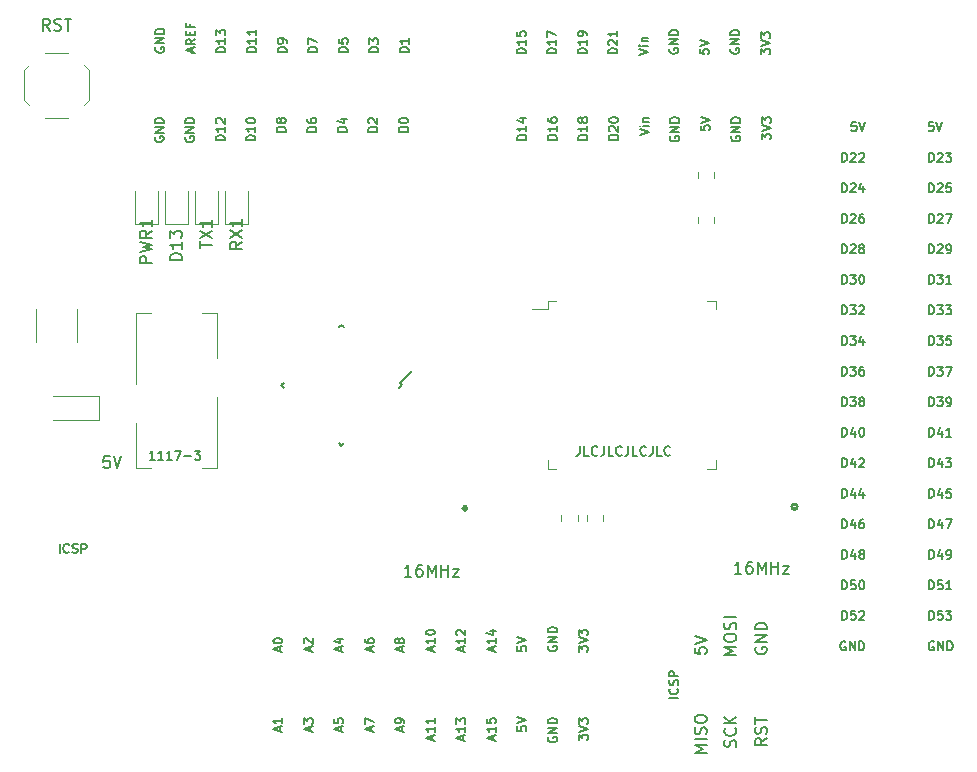
<source format=gbr>
G04 #@! TF.GenerationSoftware,KiCad,Pcbnew,(5.1.2-1)-1*
G04 #@! TF.CreationDate,2020-02-12T02:58:35-08:00*
G04 #@! TF.ProjectId,Mega,4d656761-2e6b-4696-9361-645f70636258,rev?*
G04 #@! TF.SameCoordinates,Original*
G04 #@! TF.FileFunction,Legend,Top*
G04 #@! TF.FilePolarity,Positive*
%FSLAX46Y46*%
G04 Gerber Fmt 4.6, Leading zero omitted, Abs format (unit mm)*
G04 Created by KiCad (PCBNEW (5.1.2-1)-1) date 2020-02-12 02:58:35*
%MOMM*%
%LPD*%
G04 APERTURE LIST*
%ADD10C,0.150000*%
%ADD11C,0.149860*%
%ADD12C,0.120000*%
%ADD13C,0.254000*%
%ADD14C,0.127000*%
G04 APERTURE END LIST*
D10*
X21009523Y-50452380D02*
X20533333Y-50452380D01*
X20485714Y-50928571D01*
X20533333Y-50880952D01*
X20628571Y-50833333D01*
X20866666Y-50833333D01*
X20961904Y-50880952D01*
X21009523Y-50928571D01*
X21057142Y-51023809D01*
X21057142Y-51261904D01*
X21009523Y-51357142D01*
X20961904Y-51404761D01*
X20866666Y-51452380D01*
X20628571Y-51452380D01*
X20533333Y-51404761D01*
X20485714Y-51357142D01*
X21342857Y-50452380D02*
X21676190Y-51452380D01*
X22009523Y-50452380D01*
X76652380Y-74337619D02*
X76176190Y-74670952D01*
X76652380Y-74909047D02*
X75652380Y-74909047D01*
X75652380Y-74528095D01*
X75700000Y-74432857D01*
X75747619Y-74385238D01*
X75842857Y-74337619D01*
X75985714Y-74337619D01*
X76080952Y-74385238D01*
X76128571Y-74432857D01*
X76176190Y-74528095D01*
X76176190Y-74909047D01*
X76604761Y-73956666D02*
X76652380Y-73813809D01*
X76652380Y-73575714D01*
X76604761Y-73480476D01*
X76557142Y-73432857D01*
X76461904Y-73385238D01*
X76366666Y-73385238D01*
X76271428Y-73432857D01*
X76223809Y-73480476D01*
X76176190Y-73575714D01*
X76128571Y-73766190D01*
X76080952Y-73861428D01*
X76033333Y-73909047D01*
X75938095Y-73956666D01*
X75842857Y-73956666D01*
X75747619Y-73909047D01*
X75700000Y-73861428D01*
X75652380Y-73766190D01*
X75652380Y-73528095D01*
X75700000Y-73385238D01*
X75652380Y-73099523D02*
X75652380Y-72528095D01*
X76652380Y-72813809D02*
X75652380Y-72813809D01*
X74004761Y-75075714D02*
X74052380Y-74932857D01*
X74052380Y-74694761D01*
X74004761Y-74599523D01*
X73957142Y-74551904D01*
X73861904Y-74504285D01*
X73766666Y-74504285D01*
X73671428Y-74551904D01*
X73623809Y-74599523D01*
X73576190Y-74694761D01*
X73528571Y-74885238D01*
X73480952Y-74980476D01*
X73433333Y-75028095D01*
X73338095Y-75075714D01*
X73242857Y-75075714D01*
X73147619Y-75028095D01*
X73100000Y-74980476D01*
X73052380Y-74885238D01*
X73052380Y-74647142D01*
X73100000Y-74504285D01*
X73957142Y-73504285D02*
X74004761Y-73551904D01*
X74052380Y-73694761D01*
X74052380Y-73790000D01*
X74004761Y-73932857D01*
X73909523Y-74028095D01*
X73814285Y-74075714D01*
X73623809Y-74123333D01*
X73480952Y-74123333D01*
X73290476Y-74075714D01*
X73195238Y-74028095D01*
X73100000Y-73932857D01*
X73052380Y-73790000D01*
X73052380Y-73694761D01*
X73100000Y-73551904D01*
X73147619Y-73504285D01*
X74052380Y-73075714D02*
X73052380Y-73075714D01*
X74052380Y-72504285D02*
X73480952Y-72932857D01*
X73052380Y-72504285D02*
X73623809Y-73075714D01*
X71552380Y-75561428D02*
X70552380Y-75561428D01*
X71266666Y-75228095D01*
X70552380Y-74894761D01*
X71552380Y-74894761D01*
X71552380Y-74418571D02*
X70552380Y-74418571D01*
X71504761Y-73990000D02*
X71552380Y-73847142D01*
X71552380Y-73609047D01*
X71504761Y-73513809D01*
X71457142Y-73466190D01*
X71361904Y-73418571D01*
X71266666Y-73418571D01*
X71171428Y-73466190D01*
X71123809Y-73513809D01*
X71076190Y-73609047D01*
X71028571Y-73799523D01*
X70980952Y-73894761D01*
X70933333Y-73942380D01*
X70838095Y-73990000D01*
X70742857Y-73990000D01*
X70647619Y-73942380D01*
X70600000Y-73894761D01*
X70552380Y-73799523D01*
X70552380Y-73561428D01*
X70600000Y-73418571D01*
X70552380Y-72799523D02*
X70552380Y-72609047D01*
X70600000Y-72513809D01*
X70695238Y-72418571D01*
X70885714Y-72370952D01*
X71219047Y-72370952D01*
X71409523Y-72418571D01*
X71504761Y-72513809D01*
X71552380Y-72609047D01*
X71552380Y-72799523D01*
X71504761Y-72894761D01*
X71409523Y-72990000D01*
X71219047Y-73037619D01*
X70885714Y-73037619D01*
X70695238Y-72990000D01*
X70600000Y-72894761D01*
X70552380Y-72799523D01*
X75700000Y-66651904D02*
X75652380Y-66747142D01*
X75652380Y-66890000D01*
X75700000Y-67032857D01*
X75795238Y-67128095D01*
X75890476Y-67175714D01*
X76080952Y-67223333D01*
X76223809Y-67223333D01*
X76414285Y-67175714D01*
X76509523Y-67128095D01*
X76604761Y-67032857D01*
X76652380Y-66890000D01*
X76652380Y-66794761D01*
X76604761Y-66651904D01*
X76557142Y-66604285D01*
X76223809Y-66604285D01*
X76223809Y-66794761D01*
X76652380Y-66175714D02*
X75652380Y-66175714D01*
X76652380Y-65604285D01*
X75652380Y-65604285D01*
X76652380Y-65128095D02*
X75652380Y-65128095D01*
X75652380Y-64890000D01*
X75700000Y-64747142D01*
X75795238Y-64651904D01*
X75890476Y-64604285D01*
X76080952Y-64556666D01*
X76223809Y-64556666D01*
X76414285Y-64604285D01*
X76509523Y-64651904D01*
X76604761Y-64747142D01*
X76652380Y-64890000D01*
X76652380Y-65128095D01*
X74052380Y-67254404D02*
X73052380Y-67254404D01*
X73766666Y-66921071D01*
X73052380Y-66587738D01*
X74052380Y-66587738D01*
X73052380Y-65921071D02*
X73052380Y-65730595D01*
X73100000Y-65635357D01*
X73195238Y-65540119D01*
X73385714Y-65492500D01*
X73719047Y-65492500D01*
X73909523Y-65540119D01*
X74004761Y-65635357D01*
X74052380Y-65730595D01*
X74052380Y-65921071D01*
X74004761Y-66016309D01*
X73909523Y-66111547D01*
X73719047Y-66159166D01*
X73385714Y-66159166D01*
X73195238Y-66111547D01*
X73100000Y-66016309D01*
X73052380Y-65921071D01*
X74004761Y-65111547D02*
X74052380Y-64968690D01*
X74052380Y-64730595D01*
X74004761Y-64635357D01*
X73957142Y-64587738D01*
X73861904Y-64540119D01*
X73766666Y-64540119D01*
X73671428Y-64587738D01*
X73623809Y-64635357D01*
X73576190Y-64730595D01*
X73528571Y-64921071D01*
X73480952Y-65016309D01*
X73433333Y-65063928D01*
X73338095Y-65111547D01*
X73242857Y-65111547D01*
X73147619Y-65063928D01*
X73100000Y-65016309D01*
X73052380Y-64921071D01*
X73052380Y-64682976D01*
X73100000Y-64540119D01*
X74052380Y-64111547D02*
X73052380Y-64111547D01*
D11*
X16775142Y-58644714D02*
X16775142Y-57882714D01*
X17573428Y-58572142D02*
X17537142Y-58608428D01*
X17428285Y-58644714D01*
X17355714Y-58644714D01*
X17246857Y-58608428D01*
X17174285Y-58535857D01*
X17138000Y-58463285D01*
X17101714Y-58318142D01*
X17101714Y-58209285D01*
X17138000Y-58064142D01*
X17174285Y-57991571D01*
X17246857Y-57919000D01*
X17355714Y-57882714D01*
X17428285Y-57882714D01*
X17537142Y-57919000D01*
X17573428Y-57955285D01*
X17863714Y-58608428D02*
X17972571Y-58644714D01*
X18154000Y-58644714D01*
X18226571Y-58608428D01*
X18262857Y-58572142D01*
X18299142Y-58499571D01*
X18299142Y-58427000D01*
X18262857Y-58354428D01*
X18226571Y-58318142D01*
X18154000Y-58281857D01*
X18008857Y-58245571D01*
X17936285Y-58209285D01*
X17900000Y-58173000D01*
X17863714Y-58100428D01*
X17863714Y-58027857D01*
X17900000Y-57955285D01*
X17936285Y-57919000D01*
X18008857Y-57882714D01*
X18190285Y-57882714D01*
X18299142Y-57919000D01*
X18625714Y-58644714D02*
X18625714Y-57882714D01*
X18916000Y-57882714D01*
X18988571Y-57919000D01*
X19024857Y-57955285D01*
X19061142Y-58027857D01*
X19061142Y-58136714D01*
X19024857Y-58209285D01*
X18988571Y-58245571D01*
X18916000Y-58281857D01*
X18625714Y-58281857D01*
D10*
X60820761Y-49599904D02*
X60820761Y-50171333D01*
X60782666Y-50285619D01*
X60706476Y-50361809D01*
X60592190Y-50399904D01*
X60516000Y-50399904D01*
X61582666Y-50399904D02*
X61201714Y-50399904D01*
X61201714Y-49599904D01*
X62306476Y-50323714D02*
X62268380Y-50361809D01*
X62154095Y-50399904D01*
X62077904Y-50399904D01*
X61963619Y-50361809D01*
X61887428Y-50285619D01*
X61849333Y-50209428D01*
X61811238Y-50057047D01*
X61811238Y-49942761D01*
X61849333Y-49790380D01*
X61887428Y-49714190D01*
X61963619Y-49638000D01*
X62077904Y-49599904D01*
X62154095Y-49599904D01*
X62268380Y-49638000D01*
X62306476Y-49676095D01*
X62877904Y-49599904D02*
X62877904Y-50171333D01*
X62839809Y-50285619D01*
X62763619Y-50361809D01*
X62649333Y-50399904D01*
X62573142Y-50399904D01*
X63639809Y-50399904D02*
X63258857Y-50399904D01*
X63258857Y-49599904D01*
X64363619Y-50323714D02*
X64325523Y-50361809D01*
X64211238Y-50399904D01*
X64135047Y-50399904D01*
X64020761Y-50361809D01*
X63944571Y-50285619D01*
X63906476Y-50209428D01*
X63868380Y-50057047D01*
X63868380Y-49942761D01*
X63906476Y-49790380D01*
X63944571Y-49714190D01*
X64020761Y-49638000D01*
X64135047Y-49599904D01*
X64211238Y-49599904D01*
X64325523Y-49638000D01*
X64363619Y-49676095D01*
X64935047Y-49599904D02*
X64935047Y-50171333D01*
X64896952Y-50285619D01*
X64820761Y-50361809D01*
X64706476Y-50399904D01*
X64630285Y-50399904D01*
X65696952Y-50399904D02*
X65316000Y-50399904D01*
X65316000Y-49599904D01*
X66420761Y-50323714D02*
X66382666Y-50361809D01*
X66268380Y-50399904D01*
X66192190Y-50399904D01*
X66077904Y-50361809D01*
X66001714Y-50285619D01*
X65963619Y-50209428D01*
X65925523Y-50057047D01*
X65925523Y-49942761D01*
X65963619Y-49790380D01*
X66001714Y-49714190D01*
X66077904Y-49638000D01*
X66192190Y-49599904D01*
X66268380Y-49599904D01*
X66382666Y-49638000D01*
X66420761Y-49676095D01*
X66992190Y-49599904D02*
X66992190Y-50171333D01*
X66954095Y-50285619D01*
X66877904Y-50361809D01*
X66763619Y-50399904D01*
X66687428Y-50399904D01*
X67754095Y-50399904D02*
X67373142Y-50399904D01*
X67373142Y-49599904D01*
X68477904Y-50323714D02*
X68439809Y-50361809D01*
X68325523Y-50399904D01*
X68249333Y-50399904D01*
X68135047Y-50361809D01*
X68058857Y-50285619D01*
X68020761Y-50209428D01*
X67982666Y-50057047D01*
X67982666Y-49942761D01*
X68020761Y-49790380D01*
X68058857Y-49714190D01*
X68135047Y-49638000D01*
X68249333Y-49599904D01*
X68325523Y-49599904D01*
X68439809Y-49638000D01*
X68477904Y-49676095D01*
X70552380Y-66680476D02*
X70552380Y-67156666D01*
X71028571Y-67204285D01*
X70980952Y-67156666D01*
X70933333Y-67061428D01*
X70933333Y-66823333D01*
X70980952Y-66728095D01*
X71028571Y-66680476D01*
X71123809Y-66632857D01*
X71361904Y-66632857D01*
X71457142Y-66680476D01*
X71504761Y-66728095D01*
X71552380Y-66823333D01*
X71552380Y-67061428D01*
X71504761Y-67156666D01*
X71457142Y-67204285D01*
X70552380Y-66347142D02*
X71552380Y-66013809D01*
X70552380Y-65680476D01*
X35397000Y-73731214D02*
X35397000Y-73368357D01*
X35614714Y-73803785D02*
X34852714Y-73549785D01*
X35614714Y-73295785D01*
X35614714Y-72642642D02*
X35614714Y-73078071D01*
X35614714Y-72860357D02*
X34852714Y-72860357D01*
X34961571Y-72932928D01*
X35034142Y-73005500D01*
X35070428Y-73078071D01*
X37983000Y-73731214D02*
X37983000Y-73368357D01*
X38200714Y-73803785D02*
X37438714Y-73549785D01*
X38200714Y-73295785D01*
X37438714Y-73114357D02*
X37438714Y-72642642D01*
X37729000Y-72896642D01*
X37729000Y-72787785D01*
X37765285Y-72715214D01*
X37801571Y-72678928D01*
X37874142Y-72642642D01*
X38055571Y-72642642D01*
X38128142Y-72678928D01*
X38164428Y-72715214D01*
X38200714Y-72787785D01*
X38200714Y-73005500D01*
X38164428Y-73078071D01*
X38128142Y-73114357D01*
X40569000Y-73731214D02*
X40569000Y-73368357D01*
X40786714Y-73803785D02*
X40024714Y-73549785D01*
X40786714Y-73295785D01*
X40024714Y-72678928D02*
X40024714Y-73041785D01*
X40387571Y-73078071D01*
X40351285Y-73041785D01*
X40315000Y-72969214D01*
X40315000Y-72787785D01*
X40351285Y-72715214D01*
X40387571Y-72678928D01*
X40460142Y-72642642D01*
X40641571Y-72642642D01*
X40714142Y-72678928D01*
X40750428Y-72715214D01*
X40786714Y-72787785D01*
X40786714Y-72969214D01*
X40750428Y-73041785D01*
X40714142Y-73078071D01*
X43155000Y-73731214D02*
X43155000Y-73368357D01*
X43372714Y-73803785D02*
X42610714Y-73549785D01*
X43372714Y-73295785D01*
X42610714Y-73114357D02*
X42610714Y-72606357D01*
X43372714Y-72932928D01*
X45741000Y-73731214D02*
X45741000Y-73368357D01*
X45958714Y-73803785D02*
X45196714Y-73549785D01*
X45958714Y-73295785D01*
X45958714Y-73005500D02*
X45958714Y-72860357D01*
X45922428Y-72787785D01*
X45886142Y-72751500D01*
X45777285Y-72678928D01*
X45632142Y-72642642D01*
X45341857Y-72642642D01*
X45269285Y-72678928D01*
X45233000Y-72715214D01*
X45196714Y-72787785D01*
X45196714Y-72932928D01*
X45233000Y-73005500D01*
X45269285Y-73041785D01*
X45341857Y-73078071D01*
X45523285Y-73078071D01*
X45595857Y-73041785D01*
X45632142Y-73005500D01*
X45668428Y-72932928D01*
X45668428Y-72787785D01*
X45632142Y-72715214D01*
X45595857Y-72678928D01*
X45523285Y-72642642D01*
X48327000Y-74456928D02*
X48327000Y-74094071D01*
X48544714Y-74529500D02*
X47782714Y-74275500D01*
X48544714Y-74021500D01*
X48544714Y-73368357D02*
X48544714Y-73803785D01*
X48544714Y-73586071D02*
X47782714Y-73586071D01*
X47891571Y-73658642D01*
X47964142Y-73731214D01*
X48000428Y-73803785D01*
X48544714Y-72642642D02*
X48544714Y-73078071D01*
X48544714Y-72860357D02*
X47782714Y-72860357D01*
X47891571Y-72932928D01*
X47964142Y-73005500D01*
X48000428Y-73078071D01*
X50913000Y-74456928D02*
X50913000Y-74094071D01*
X51130714Y-74529500D02*
X50368714Y-74275500D01*
X51130714Y-74021500D01*
X51130714Y-73368357D02*
X51130714Y-73803785D01*
X51130714Y-73586071D02*
X50368714Y-73586071D01*
X50477571Y-73658642D01*
X50550142Y-73731214D01*
X50586428Y-73803785D01*
X50368714Y-73114357D02*
X50368714Y-72642642D01*
X50659000Y-72896642D01*
X50659000Y-72787785D01*
X50695285Y-72715214D01*
X50731571Y-72678928D01*
X50804142Y-72642642D01*
X50985571Y-72642642D01*
X51058142Y-72678928D01*
X51094428Y-72715214D01*
X51130714Y-72787785D01*
X51130714Y-73005500D01*
X51094428Y-73078071D01*
X51058142Y-73114357D01*
X53499000Y-74456928D02*
X53499000Y-74094071D01*
X53716714Y-74529500D02*
X52954714Y-74275500D01*
X53716714Y-74021500D01*
X53716714Y-73368357D02*
X53716714Y-73803785D01*
X53716714Y-73586071D02*
X52954714Y-73586071D01*
X53063571Y-73658642D01*
X53136142Y-73731214D01*
X53172428Y-73803785D01*
X52954714Y-72678928D02*
X52954714Y-73041785D01*
X53317571Y-73078071D01*
X53281285Y-73041785D01*
X53245000Y-72969214D01*
X53245000Y-72787785D01*
X53281285Y-72715214D01*
X53317571Y-72678928D01*
X53390142Y-72642642D01*
X53571571Y-72642642D01*
X53644142Y-72678928D01*
X53680428Y-72715214D01*
X53716714Y-72787785D01*
X53716714Y-72969214D01*
X53680428Y-73041785D01*
X53644142Y-73078071D01*
X55540714Y-73332071D02*
X55540714Y-73694928D01*
X55903571Y-73731214D01*
X55867285Y-73694928D01*
X55831000Y-73622357D01*
X55831000Y-73440928D01*
X55867285Y-73368357D01*
X55903571Y-73332071D01*
X55976142Y-73295785D01*
X56157571Y-73295785D01*
X56230142Y-73332071D01*
X56266428Y-73368357D01*
X56302714Y-73440928D01*
X56302714Y-73622357D01*
X56266428Y-73694928D01*
X56230142Y-73731214D01*
X55540714Y-73078071D02*
X56302714Y-72824071D01*
X55540714Y-72570071D01*
X58163000Y-74239214D02*
X58126714Y-74311785D01*
X58126714Y-74420642D01*
X58163000Y-74529500D01*
X58235571Y-74602071D01*
X58308142Y-74638357D01*
X58453285Y-74674642D01*
X58562142Y-74674642D01*
X58707285Y-74638357D01*
X58779857Y-74602071D01*
X58852428Y-74529500D01*
X58888714Y-74420642D01*
X58888714Y-74348071D01*
X58852428Y-74239214D01*
X58816142Y-74202928D01*
X58562142Y-74202928D01*
X58562142Y-74348071D01*
X58888714Y-73876357D02*
X58126714Y-73876357D01*
X58888714Y-73440928D01*
X58126714Y-73440928D01*
X58888714Y-73078071D02*
X58126714Y-73078071D01*
X58126714Y-72896642D01*
X58163000Y-72787785D01*
X58235571Y-72715214D01*
X58308142Y-72678928D01*
X58453285Y-72642642D01*
X58562142Y-72642642D01*
X58707285Y-72678928D01*
X58779857Y-72715214D01*
X58852428Y-72787785D01*
X58888714Y-72896642D01*
X58888714Y-73078071D01*
X60712714Y-74493214D02*
X60712714Y-74021500D01*
X61003000Y-74275500D01*
X61003000Y-74166642D01*
X61039285Y-74094071D01*
X61075571Y-74057785D01*
X61148142Y-74021500D01*
X61329571Y-74021500D01*
X61402142Y-74057785D01*
X61438428Y-74094071D01*
X61474714Y-74166642D01*
X61474714Y-74384357D01*
X61438428Y-74456928D01*
X61402142Y-74493214D01*
X60712714Y-73803785D02*
X61474714Y-73549785D01*
X60712714Y-73295785D01*
X60712714Y-73114357D02*
X60712714Y-72642642D01*
X61003000Y-72896642D01*
X61003000Y-72787785D01*
X61039285Y-72715214D01*
X61075571Y-72678928D01*
X61148142Y-72642642D01*
X61329571Y-72642642D01*
X61402142Y-72678928D01*
X61438428Y-72715214D01*
X61474714Y-72787785D01*
X61474714Y-73005500D01*
X61438428Y-73078071D01*
X61402142Y-73114357D01*
X35397000Y-66957357D02*
X35397000Y-66594500D01*
X35614714Y-67029928D02*
X34852714Y-66775928D01*
X35614714Y-66521928D01*
X34852714Y-66122785D02*
X34852714Y-66050214D01*
X34889000Y-65977642D01*
X34925285Y-65941357D01*
X34997857Y-65905071D01*
X35143000Y-65868785D01*
X35324428Y-65868785D01*
X35469571Y-65905071D01*
X35542142Y-65941357D01*
X35578428Y-65977642D01*
X35614714Y-66050214D01*
X35614714Y-66122785D01*
X35578428Y-66195357D01*
X35542142Y-66231642D01*
X35469571Y-66267928D01*
X35324428Y-66304214D01*
X35143000Y-66304214D01*
X34997857Y-66267928D01*
X34925285Y-66231642D01*
X34889000Y-66195357D01*
X34852714Y-66122785D01*
X37983000Y-66957357D02*
X37983000Y-66594500D01*
X38200714Y-67029928D02*
X37438714Y-66775928D01*
X38200714Y-66521928D01*
X37511285Y-66304214D02*
X37475000Y-66267928D01*
X37438714Y-66195357D01*
X37438714Y-66013928D01*
X37475000Y-65941357D01*
X37511285Y-65905071D01*
X37583857Y-65868785D01*
X37656428Y-65868785D01*
X37765285Y-65905071D01*
X38200714Y-66340500D01*
X38200714Y-65868785D01*
X40569000Y-66957357D02*
X40569000Y-66594500D01*
X40786714Y-67029928D02*
X40024714Y-66775928D01*
X40786714Y-66521928D01*
X40278714Y-65941357D02*
X40786714Y-65941357D01*
X39988428Y-66122785D02*
X40532714Y-66304214D01*
X40532714Y-65832500D01*
X43155000Y-66957357D02*
X43155000Y-66594500D01*
X43372714Y-67029928D02*
X42610714Y-66775928D01*
X43372714Y-66521928D01*
X42610714Y-65941357D02*
X42610714Y-66086500D01*
X42647000Y-66159071D01*
X42683285Y-66195357D01*
X42792142Y-66267928D01*
X42937285Y-66304214D01*
X43227571Y-66304214D01*
X43300142Y-66267928D01*
X43336428Y-66231642D01*
X43372714Y-66159071D01*
X43372714Y-66013928D01*
X43336428Y-65941357D01*
X43300142Y-65905071D01*
X43227571Y-65868785D01*
X43046142Y-65868785D01*
X42973571Y-65905071D01*
X42937285Y-65941357D01*
X42901000Y-66013928D01*
X42901000Y-66159071D01*
X42937285Y-66231642D01*
X42973571Y-66267928D01*
X43046142Y-66304214D01*
X45741000Y-66957357D02*
X45741000Y-66594500D01*
X45958714Y-67029928D02*
X45196714Y-66775928D01*
X45958714Y-66521928D01*
X45523285Y-66159071D02*
X45487000Y-66231642D01*
X45450714Y-66267928D01*
X45378142Y-66304214D01*
X45341857Y-66304214D01*
X45269285Y-66267928D01*
X45233000Y-66231642D01*
X45196714Y-66159071D01*
X45196714Y-66013928D01*
X45233000Y-65941357D01*
X45269285Y-65905071D01*
X45341857Y-65868785D01*
X45378142Y-65868785D01*
X45450714Y-65905071D01*
X45487000Y-65941357D01*
X45523285Y-66013928D01*
X45523285Y-66159071D01*
X45559571Y-66231642D01*
X45595857Y-66267928D01*
X45668428Y-66304214D01*
X45813571Y-66304214D01*
X45886142Y-66267928D01*
X45922428Y-66231642D01*
X45958714Y-66159071D01*
X45958714Y-66013928D01*
X45922428Y-65941357D01*
X45886142Y-65905071D01*
X45813571Y-65868785D01*
X45668428Y-65868785D01*
X45595857Y-65905071D01*
X45559571Y-65941357D01*
X45523285Y-66013928D01*
X48327000Y-66957357D02*
X48327000Y-66594500D01*
X48544714Y-67029928D02*
X47782714Y-66775928D01*
X48544714Y-66521928D01*
X48544714Y-65868785D02*
X48544714Y-66304214D01*
X48544714Y-66086500D02*
X47782714Y-66086500D01*
X47891571Y-66159071D01*
X47964142Y-66231642D01*
X48000428Y-66304214D01*
X47782714Y-65397071D02*
X47782714Y-65324500D01*
X47819000Y-65251928D01*
X47855285Y-65215642D01*
X47927857Y-65179357D01*
X48073000Y-65143071D01*
X48254428Y-65143071D01*
X48399571Y-65179357D01*
X48472142Y-65215642D01*
X48508428Y-65251928D01*
X48544714Y-65324500D01*
X48544714Y-65397071D01*
X48508428Y-65469642D01*
X48472142Y-65505928D01*
X48399571Y-65542214D01*
X48254428Y-65578500D01*
X48073000Y-65578500D01*
X47927857Y-65542214D01*
X47855285Y-65505928D01*
X47819000Y-65469642D01*
X47782714Y-65397071D01*
X50913000Y-66957357D02*
X50913000Y-66594500D01*
X51130714Y-67029928D02*
X50368714Y-66775928D01*
X51130714Y-66521928D01*
X51130714Y-65868785D02*
X51130714Y-66304214D01*
X51130714Y-66086500D02*
X50368714Y-66086500D01*
X50477571Y-66159071D01*
X50550142Y-66231642D01*
X50586428Y-66304214D01*
X50441285Y-65578500D02*
X50405000Y-65542214D01*
X50368714Y-65469642D01*
X50368714Y-65288214D01*
X50405000Y-65215642D01*
X50441285Y-65179357D01*
X50513857Y-65143071D01*
X50586428Y-65143071D01*
X50695285Y-65179357D01*
X51130714Y-65614785D01*
X51130714Y-65143071D01*
X53499000Y-66957357D02*
X53499000Y-66594500D01*
X53716714Y-67029928D02*
X52954714Y-66775928D01*
X53716714Y-66521928D01*
X53716714Y-65868785D02*
X53716714Y-66304214D01*
X53716714Y-66086500D02*
X52954714Y-66086500D01*
X53063571Y-66159071D01*
X53136142Y-66231642D01*
X53172428Y-66304214D01*
X53208714Y-65215642D02*
X53716714Y-65215642D01*
X52918428Y-65397071D02*
X53462714Y-65578500D01*
X53462714Y-65106785D01*
X55540714Y-66558214D02*
X55540714Y-66921071D01*
X55903571Y-66957357D01*
X55867285Y-66921071D01*
X55831000Y-66848500D01*
X55831000Y-66667071D01*
X55867285Y-66594500D01*
X55903571Y-66558214D01*
X55976142Y-66521928D01*
X56157571Y-66521928D01*
X56230142Y-66558214D01*
X56266428Y-66594500D01*
X56302714Y-66667071D01*
X56302714Y-66848500D01*
X56266428Y-66921071D01*
X56230142Y-66957357D01*
X55540714Y-66304214D02*
X56302714Y-66050214D01*
X55540714Y-65796214D01*
X58163000Y-66521928D02*
X58126714Y-66594500D01*
X58126714Y-66703357D01*
X58163000Y-66812214D01*
X58235571Y-66884785D01*
X58308142Y-66921071D01*
X58453285Y-66957357D01*
X58562142Y-66957357D01*
X58707285Y-66921071D01*
X58779857Y-66884785D01*
X58852428Y-66812214D01*
X58888714Y-66703357D01*
X58888714Y-66630785D01*
X58852428Y-66521928D01*
X58816142Y-66485642D01*
X58562142Y-66485642D01*
X58562142Y-66630785D01*
X58888714Y-66159071D02*
X58126714Y-66159071D01*
X58888714Y-65723642D01*
X58126714Y-65723642D01*
X58888714Y-65360785D02*
X58126714Y-65360785D01*
X58126714Y-65179357D01*
X58163000Y-65070500D01*
X58235571Y-64997928D01*
X58308142Y-64961642D01*
X58453285Y-64925357D01*
X58562142Y-64925357D01*
X58707285Y-64961642D01*
X58779857Y-64997928D01*
X58852428Y-65070500D01*
X58888714Y-65179357D01*
X58888714Y-65360785D01*
X60712714Y-66993642D02*
X60712714Y-66521928D01*
X61003000Y-66775928D01*
X61003000Y-66667071D01*
X61039285Y-66594500D01*
X61075571Y-66558214D01*
X61148142Y-66521928D01*
X61329571Y-66521928D01*
X61402142Y-66558214D01*
X61438428Y-66594500D01*
X61474714Y-66667071D01*
X61474714Y-66884785D01*
X61438428Y-66957357D01*
X61402142Y-66993642D01*
X60712714Y-66304214D02*
X61474714Y-66050214D01*
X60712714Y-65796214D01*
X60712714Y-65614785D02*
X60712714Y-65143071D01*
X61003000Y-65397071D01*
X61003000Y-65288214D01*
X61039285Y-65215642D01*
X61075571Y-65179357D01*
X61148142Y-65143071D01*
X61329571Y-65143071D01*
X61402142Y-65179357D01*
X61438428Y-65215642D01*
X61474714Y-65288214D01*
X61474714Y-65505928D01*
X61438428Y-65578500D01*
X61402142Y-65614785D01*
D11*
X69144714Y-70924857D02*
X68382714Y-70924857D01*
X69072142Y-70126571D02*
X69108428Y-70162857D01*
X69144714Y-70271714D01*
X69144714Y-70344285D01*
X69108428Y-70453142D01*
X69035857Y-70525714D01*
X68963285Y-70562000D01*
X68818142Y-70598285D01*
X68709285Y-70598285D01*
X68564142Y-70562000D01*
X68491571Y-70525714D01*
X68419000Y-70453142D01*
X68382714Y-70344285D01*
X68382714Y-70271714D01*
X68419000Y-70162857D01*
X68455285Y-70126571D01*
X69108428Y-69836285D02*
X69144714Y-69727428D01*
X69144714Y-69546000D01*
X69108428Y-69473428D01*
X69072142Y-69437142D01*
X68999571Y-69400857D01*
X68927000Y-69400857D01*
X68854428Y-69437142D01*
X68818142Y-69473428D01*
X68781857Y-69546000D01*
X68745571Y-69691142D01*
X68709285Y-69763714D01*
X68673000Y-69800000D01*
X68600428Y-69836285D01*
X68527857Y-69836285D01*
X68455285Y-69800000D01*
X68419000Y-69763714D01*
X68382714Y-69691142D01*
X68382714Y-69509714D01*
X68419000Y-69400857D01*
X69144714Y-69074285D02*
X68382714Y-69074285D01*
X68382714Y-68784000D01*
X68419000Y-68711428D01*
X68455285Y-68675142D01*
X68527857Y-68638857D01*
X68636714Y-68638857D01*
X68709285Y-68675142D01*
X68745571Y-68711428D01*
X68781857Y-68784000D01*
X68781857Y-69074285D01*
D10*
X90748285Y-22178714D02*
X90385428Y-22178714D01*
X90349142Y-22541571D01*
X90385428Y-22505285D01*
X90458000Y-22469000D01*
X90639428Y-22469000D01*
X90712000Y-22505285D01*
X90748285Y-22541571D01*
X90784571Y-22614142D01*
X90784571Y-22795571D01*
X90748285Y-22868142D01*
X90712000Y-22904428D01*
X90639428Y-22940714D01*
X90458000Y-22940714D01*
X90385428Y-22904428D01*
X90349142Y-22868142D01*
X91002285Y-22178714D02*
X91256285Y-22940714D01*
X91510285Y-22178714D01*
X90385428Y-25526714D02*
X90385428Y-24764714D01*
X90566857Y-24764714D01*
X90675714Y-24801000D01*
X90748285Y-24873571D01*
X90784571Y-24946142D01*
X90820857Y-25091285D01*
X90820857Y-25200142D01*
X90784571Y-25345285D01*
X90748285Y-25417857D01*
X90675714Y-25490428D01*
X90566857Y-25526714D01*
X90385428Y-25526714D01*
X91111142Y-24837285D02*
X91147428Y-24801000D01*
X91220000Y-24764714D01*
X91401428Y-24764714D01*
X91474000Y-24801000D01*
X91510285Y-24837285D01*
X91546571Y-24909857D01*
X91546571Y-24982428D01*
X91510285Y-25091285D01*
X91074857Y-25526714D01*
X91546571Y-25526714D01*
X91800571Y-24764714D02*
X92272285Y-24764714D01*
X92018285Y-25055000D01*
X92127142Y-25055000D01*
X92199714Y-25091285D01*
X92236000Y-25127571D01*
X92272285Y-25200142D01*
X92272285Y-25381571D01*
X92236000Y-25454142D01*
X92199714Y-25490428D01*
X92127142Y-25526714D01*
X91909428Y-25526714D01*
X91836857Y-25490428D01*
X91800571Y-25454142D01*
X90385428Y-28112714D02*
X90385428Y-27350714D01*
X90566857Y-27350714D01*
X90675714Y-27387000D01*
X90748285Y-27459571D01*
X90784571Y-27532142D01*
X90820857Y-27677285D01*
X90820857Y-27786142D01*
X90784571Y-27931285D01*
X90748285Y-28003857D01*
X90675714Y-28076428D01*
X90566857Y-28112714D01*
X90385428Y-28112714D01*
X91111142Y-27423285D02*
X91147428Y-27387000D01*
X91220000Y-27350714D01*
X91401428Y-27350714D01*
X91474000Y-27387000D01*
X91510285Y-27423285D01*
X91546571Y-27495857D01*
X91546571Y-27568428D01*
X91510285Y-27677285D01*
X91074857Y-28112714D01*
X91546571Y-28112714D01*
X92236000Y-27350714D02*
X91873142Y-27350714D01*
X91836857Y-27713571D01*
X91873142Y-27677285D01*
X91945714Y-27641000D01*
X92127142Y-27641000D01*
X92199714Y-27677285D01*
X92236000Y-27713571D01*
X92272285Y-27786142D01*
X92272285Y-27967571D01*
X92236000Y-28040142D01*
X92199714Y-28076428D01*
X92127142Y-28112714D01*
X91945714Y-28112714D01*
X91873142Y-28076428D01*
X91836857Y-28040142D01*
X90385428Y-30698714D02*
X90385428Y-29936714D01*
X90566857Y-29936714D01*
X90675714Y-29973000D01*
X90748285Y-30045571D01*
X90784571Y-30118142D01*
X90820857Y-30263285D01*
X90820857Y-30372142D01*
X90784571Y-30517285D01*
X90748285Y-30589857D01*
X90675714Y-30662428D01*
X90566857Y-30698714D01*
X90385428Y-30698714D01*
X91111142Y-30009285D02*
X91147428Y-29973000D01*
X91220000Y-29936714D01*
X91401428Y-29936714D01*
X91474000Y-29973000D01*
X91510285Y-30009285D01*
X91546571Y-30081857D01*
X91546571Y-30154428D01*
X91510285Y-30263285D01*
X91074857Y-30698714D01*
X91546571Y-30698714D01*
X91800571Y-29936714D02*
X92308571Y-29936714D01*
X91982000Y-30698714D01*
X90385428Y-33284714D02*
X90385428Y-32522714D01*
X90566857Y-32522714D01*
X90675714Y-32559000D01*
X90748285Y-32631571D01*
X90784571Y-32704142D01*
X90820857Y-32849285D01*
X90820857Y-32958142D01*
X90784571Y-33103285D01*
X90748285Y-33175857D01*
X90675714Y-33248428D01*
X90566857Y-33284714D01*
X90385428Y-33284714D01*
X91111142Y-32595285D02*
X91147428Y-32559000D01*
X91220000Y-32522714D01*
X91401428Y-32522714D01*
X91474000Y-32559000D01*
X91510285Y-32595285D01*
X91546571Y-32667857D01*
X91546571Y-32740428D01*
X91510285Y-32849285D01*
X91074857Y-33284714D01*
X91546571Y-33284714D01*
X91909428Y-33284714D02*
X92054571Y-33284714D01*
X92127142Y-33248428D01*
X92163428Y-33212142D01*
X92236000Y-33103285D01*
X92272285Y-32958142D01*
X92272285Y-32667857D01*
X92236000Y-32595285D01*
X92199714Y-32559000D01*
X92127142Y-32522714D01*
X91982000Y-32522714D01*
X91909428Y-32559000D01*
X91873142Y-32595285D01*
X91836857Y-32667857D01*
X91836857Y-32849285D01*
X91873142Y-32921857D01*
X91909428Y-32958142D01*
X91982000Y-32994428D01*
X92127142Y-32994428D01*
X92199714Y-32958142D01*
X92236000Y-32921857D01*
X92272285Y-32849285D01*
X90385428Y-35870714D02*
X90385428Y-35108714D01*
X90566857Y-35108714D01*
X90675714Y-35145000D01*
X90748285Y-35217571D01*
X90784571Y-35290142D01*
X90820857Y-35435285D01*
X90820857Y-35544142D01*
X90784571Y-35689285D01*
X90748285Y-35761857D01*
X90675714Y-35834428D01*
X90566857Y-35870714D01*
X90385428Y-35870714D01*
X91074857Y-35108714D02*
X91546571Y-35108714D01*
X91292571Y-35399000D01*
X91401428Y-35399000D01*
X91474000Y-35435285D01*
X91510285Y-35471571D01*
X91546571Y-35544142D01*
X91546571Y-35725571D01*
X91510285Y-35798142D01*
X91474000Y-35834428D01*
X91401428Y-35870714D01*
X91183714Y-35870714D01*
X91111142Y-35834428D01*
X91074857Y-35798142D01*
X92272285Y-35870714D02*
X91836857Y-35870714D01*
X92054571Y-35870714D02*
X92054571Y-35108714D01*
X91982000Y-35217571D01*
X91909428Y-35290142D01*
X91836857Y-35326428D01*
X90385428Y-38456714D02*
X90385428Y-37694714D01*
X90566857Y-37694714D01*
X90675714Y-37731000D01*
X90748285Y-37803571D01*
X90784571Y-37876142D01*
X90820857Y-38021285D01*
X90820857Y-38130142D01*
X90784571Y-38275285D01*
X90748285Y-38347857D01*
X90675714Y-38420428D01*
X90566857Y-38456714D01*
X90385428Y-38456714D01*
X91074857Y-37694714D02*
X91546571Y-37694714D01*
X91292571Y-37985000D01*
X91401428Y-37985000D01*
X91474000Y-38021285D01*
X91510285Y-38057571D01*
X91546571Y-38130142D01*
X91546571Y-38311571D01*
X91510285Y-38384142D01*
X91474000Y-38420428D01*
X91401428Y-38456714D01*
X91183714Y-38456714D01*
X91111142Y-38420428D01*
X91074857Y-38384142D01*
X91800571Y-37694714D02*
X92272285Y-37694714D01*
X92018285Y-37985000D01*
X92127142Y-37985000D01*
X92199714Y-38021285D01*
X92236000Y-38057571D01*
X92272285Y-38130142D01*
X92272285Y-38311571D01*
X92236000Y-38384142D01*
X92199714Y-38420428D01*
X92127142Y-38456714D01*
X91909428Y-38456714D01*
X91836857Y-38420428D01*
X91800571Y-38384142D01*
X90385428Y-41042714D02*
X90385428Y-40280714D01*
X90566857Y-40280714D01*
X90675714Y-40317000D01*
X90748285Y-40389571D01*
X90784571Y-40462142D01*
X90820857Y-40607285D01*
X90820857Y-40716142D01*
X90784571Y-40861285D01*
X90748285Y-40933857D01*
X90675714Y-41006428D01*
X90566857Y-41042714D01*
X90385428Y-41042714D01*
X91074857Y-40280714D02*
X91546571Y-40280714D01*
X91292571Y-40571000D01*
X91401428Y-40571000D01*
X91474000Y-40607285D01*
X91510285Y-40643571D01*
X91546571Y-40716142D01*
X91546571Y-40897571D01*
X91510285Y-40970142D01*
X91474000Y-41006428D01*
X91401428Y-41042714D01*
X91183714Y-41042714D01*
X91111142Y-41006428D01*
X91074857Y-40970142D01*
X92236000Y-40280714D02*
X91873142Y-40280714D01*
X91836857Y-40643571D01*
X91873142Y-40607285D01*
X91945714Y-40571000D01*
X92127142Y-40571000D01*
X92199714Y-40607285D01*
X92236000Y-40643571D01*
X92272285Y-40716142D01*
X92272285Y-40897571D01*
X92236000Y-40970142D01*
X92199714Y-41006428D01*
X92127142Y-41042714D01*
X91945714Y-41042714D01*
X91873142Y-41006428D01*
X91836857Y-40970142D01*
X90385428Y-43628714D02*
X90385428Y-42866714D01*
X90566857Y-42866714D01*
X90675714Y-42903000D01*
X90748285Y-42975571D01*
X90784571Y-43048142D01*
X90820857Y-43193285D01*
X90820857Y-43302142D01*
X90784571Y-43447285D01*
X90748285Y-43519857D01*
X90675714Y-43592428D01*
X90566857Y-43628714D01*
X90385428Y-43628714D01*
X91074857Y-42866714D02*
X91546571Y-42866714D01*
X91292571Y-43157000D01*
X91401428Y-43157000D01*
X91474000Y-43193285D01*
X91510285Y-43229571D01*
X91546571Y-43302142D01*
X91546571Y-43483571D01*
X91510285Y-43556142D01*
X91474000Y-43592428D01*
X91401428Y-43628714D01*
X91183714Y-43628714D01*
X91111142Y-43592428D01*
X91074857Y-43556142D01*
X91800571Y-42866714D02*
X92308571Y-42866714D01*
X91982000Y-43628714D01*
X90385428Y-46214714D02*
X90385428Y-45452714D01*
X90566857Y-45452714D01*
X90675714Y-45489000D01*
X90748285Y-45561571D01*
X90784571Y-45634142D01*
X90820857Y-45779285D01*
X90820857Y-45888142D01*
X90784571Y-46033285D01*
X90748285Y-46105857D01*
X90675714Y-46178428D01*
X90566857Y-46214714D01*
X90385428Y-46214714D01*
X91074857Y-45452714D02*
X91546571Y-45452714D01*
X91292571Y-45743000D01*
X91401428Y-45743000D01*
X91474000Y-45779285D01*
X91510285Y-45815571D01*
X91546571Y-45888142D01*
X91546571Y-46069571D01*
X91510285Y-46142142D01*
X91474000Y-46178428D01*
X91401428Y-46214714D01*
X91183714Y-46214714D01*
X91111142Y-46178428D01*
X91074857Y-46142142D01*
X91909428Y-46214714D02*
X92054571Y-46214714D01*
X92127142Y-46178428D01*
X92163428Y-46142142D01*
X92236000Y-46033285D01*
X92272285Y-45888142D01*
X92272285Y-45597857D01*
X92236000Y-45525285D01*
X92199714Y-45489000D01*
X92127142Y-45452714D01*
X91982000Y-45452714D01*
X91909428Y-45489000D01*
X91873142Y-45525285D01*
X91836857Y-45597857D01*
X91836857Y-45779285D01*
X91873142Y-45851857D01*
X91909428Y-45888142D01*
X91982000Y-45924428D01*
X92127142Y-45924428D01*
X92199714Y-45888142D01*
X92236000Y-45851857D01*
X92272285Y-45779285D01*
X90385428Y-48800714D02*
X90385428Y-48038714D01*
X90566857Y-48038714D01*
X90675714Y-48075000D01*
X90748285Y-48147571D01*
X90784571Y-48220142D01*
X90820857Y-48365285D01*
X90820857Y-48474142D01*
X90784571Y-48619285D01*
X90748285Y-48691857D01*
X90675714Y-48764428D01*
X90566857Y-48800714D01*
X90385428Y-48800714D01*
X91474000Y-48292714D02*
X91474000Y-48800714D01*
X91292571Y-48002428D02*
X91111142Y-48546714D01*
X91582857Y-48546714D01*
X92272285Y-48800714D02*
X91836857Y-48800714D01*
X92054571Y-48800714D02*
X92054571Y-48038714D01*
X91982000Y-48147571D01*
X91909428Y-48220142D01*
X91836857Y-48256428D01*
X90385428Y-51386714D02*
X90385428Y-50624714D01*
X90566857Y-50624714D01*
X90675714Y-50661000D01*
X90748285Y-50733571D01*
X90784571Y-50806142D01*
X90820857Y-50951285D01*
X90820857Y-51060142D01*
X90784571Y-51205285D01*
X90748285Y-51277857D01*
X90675714Y-51350428D01*
X90566857Y-51386714D01*
X90385428Y-51386714D01*
X91474000Y-50878714D02*
X91474000Y-51386714D01*
X91292571Y-50588428D02*
X91111142Y-51132714D01*
X91582857Y-51132714D01*
X91800571Y-50624714D02*
X92272285Y-50624714D01*
X92018285Y-50915000D01*
X92127142Y-50915000D01*
X92199714Y-50951285D01*
X92236000Y-50987571D01*
X92272285Y-51060142D01*
X92272285Y-51241571D01*
X92236000Y-51314142D01*
X92199714Y-51350428D01*
X92127142Y-51386714D01*
X91909428Y-51386714D01*
X91836857Y-51350428D01*
X91800571Y-51314142D01*
X90385428Y-53972714D02*
X90385428Y-53210714D01*
X90566857Y-53210714D01*
X90675714Y-53247000D01*
X90748285Y-53319571D01*
X90784571Y-53392142D01*
X90820857Y-53537285D01*
X90820857Y-53646142D01*
X90784571Y-53791285D01*
X90748285Y-53863857D01*
X90675714Y-53936428D01*
X90566857Y-53972714D01*
X90385428Y-53972714D01*
X91474000Y-53464714D02*
X91474000Y-53972714D01*
X91292571Y-53174428D02*
X91111142Y-53718714D01*
X91582857Y-53718714D01*
X92236000Y-53210714D02*
X91873142Y-53210714D01*
X91836857Y-53573571D01*
X91873142Y-53537285D01*
X91945714Y-53501000D01*
X92127142Y-53501000D01*
X92199714Y-53537285D01*
X92236000Y-53573571D01*
X92272285Y-53646142D01*
X92272285Y-53827571D01*
X92236000Y-53900142D01*
X92199714Y-53936428D01*
X92127142Y-53972714D01*
X91945714Y-53972714D01*
X91873142Y-53936428D01*
X91836857Y-53900142D01*
X90385428Y-56558714D02*
X90385428Y-55796714D01*
X90566857Y-55796714D01*
X90675714Y-55833000D01*
X90748285Y-55905571D01*
X90784571Y-55978142D01*
X90820857Y-56123285D01*
X90820857Y-56232142D01*
X90784571Y-56377285D01*
X90748285Y-56449857D01*
X90675714Y-56522428D01*
X90566857Y-56558714D01*
X90385428Y-56558714D01*
X91474000Y-56050714D02*
X91474000Y-56558714D01*
X91292571Y-55760428D02*
X91111142Y-56304714D01*
X91582857Y-56304714D01*
X91800571Y-55796714D02*
X92308571Y-55796714D01*
X91982000Y-56558714D01*
X90385428Y-59144714D02*
X90385428Y-58382714D01*
X90566857Y-58382714D01*
X90675714Y-58419000D01*
X90748285Y-58491571D01*
X90784571Y-58564142D01*
X90820857Y-58709285D01*
X90820857Y-58818142D01*
X90784571Y-58963285D01*
X90748285Y-59035857D01*
X90675714Y-59108428D01*
X90566857Y-59144714D01*
X90385428Y-59144714D01*
X91474000Y-58636714D02*
X91474000Y-59144714D01*
X91292571Y-58346428D02*
X91111142Y-58890714D01*
X91582857Y-58890714D01*
X91909428Y-59144714D02*
X92054571Y-59144714D01*
X92127142Y-59108428D01*
X92163428Y-59072142D01*
X92236000Y-58963285D01*
X92272285Y-58818142D01*
X92272285Y-58527857D01*
X92236000Y-58455285D01*
X92199714Y-58419000D01*
X92127142Y-58382714D01*
X91982000Y-58382714D01*
X91909428Y-58419000D01*
X91873142Y-58455285D01*
X91836857Y-58527857D01*
X91836857Y-58709285D01*
X91873142Y-58781857D01*
X91909428Y-58818142D01*
X91982000Y-58854428D01*
X92127142Y-58854428D01*
X92199714Y-58818142D01*
X92236000Y-58781857D01*
X92272285Y-58709285D01*
X90385428Y-61730714D02*
X90385428Y-60968714D01*
X90566857Y-60968714D01*
X90675714Y-61005000D01*
X90748285Y-61077571D01*
X90784571Y-61150142D01*
X90820857Y-61295285D01*
X90820857Y-61404142D01*
X90784571Y-61549285D01*
X90748285Y-61621857D01*
X90675714Y-61694428D01*
X90566857Y-61730714D01*
X90385428Y-61730714D01*
X91510285Y-60968714D02*
X91147428Y-60968714D01*
X91111142Y-61331571D01*
X91147428Y-61295285D01*
X91220000Y-61259000D01*
X91401428Y-61259000D01*
X91474000Y-61295285D01*
X91510285Y-61331571D01*
X91546571Y-61404142D01*
X91546571Y-61585571D01*
X91510285Y-61658142D01*
X91474000Y-61694428D01*
X91401428Y-61730714D01*
X91220000Y-61730714D01*
X91147428Y-61694428D01*
X91111142Y-61658142D01*
X92272285Y-61730714D02*
X91836857Y-61730714D01*
X92054571Y-61730714D02*
X92054571Y-60968714D01*
X91982000Y-61077571D01*
X91909428Y-61150142D01*
X91836857Y-61186428D01*
X90385428Y-64316714D02*
X90385428Y-63554714D01*
X90566857Y-63554714D01*
X90675714Y-63591000D01*
X90748285Y-63663571D01*
X90784571Y-63736142D01*
X90820857Y-63881285D01*
X90820857Y-63990142D01*
X90784571Y-64135285D01*
X90748285Y-64207857D01*
X90675714Y-64280428D01*
X90566857Y-64316714D01*
X90385428Y-64316714D01*
X91510285Y-63554714D02*
X91147428Y-63554714D01*
X91111142Y-63917571D01*
X91147428Y-63881285D01*
X91220000Y-63845000D01*
X91401428Y-63845000D01*
X91474000Y-63881285D01*
X91510285Y-63917571D01*
X91546571Y-63990142D01*
X91546571Y-64171571D01*
X91510285Y-64244142D01*
X91474000Y-64280428D01*
X91401428Y-64316714D01*
X91220000Y-64316714D01*
X91147428Y-64280428D01*
X91111142Y-64244142D01*
X91800571Y-63554714D02*
X92272285Y-63554714D01*
X92018285Y-63845000D01*
X92127142Y-63845000D01*
X92199714Y-63881285D01*
X92236000Y-63917571D01*
X92272285Y-63990142D01*
X92272285Y-64171571D01*
X92236000Y-64244142D01*
X92199714Y-64280428D01*
X92127142Y-64316714D01*
X91909428Y-64316714D01*
X91836857Y-64280428D01*
X91800571Y-64244142D01*
X90784571Y-66177000D02*
X90712000Y-66140714D01*
X90603142Y-66140714D01*
X90494285Y-66177000D01*
X90421714Y-66249571D01*
X90385428Y-66322142D01*
X90349142Y-66467285D01*
X90349142Y-66576142D01*
X90385428Y-66721285D01*
X90421714Y-66793857D01*
X90494285Y-66866428D01*
X90603142Y-66902714D01*
X90675714Y-66902714D01*
X90784571Y-66866428D01*
X90820857Y-66830142D01*
X90820857Y-66576142D01*
X90675714Y-66576142D01*
X91147428Y-66902714D02*
X91147428Y-66140714D01*
X91582857Y-66902714D01*
X91582857Y-66140714D01*
X91945714Y-66902714D02*
X91945714Y-66140714D01*
X92127142Y-66140714D01*
X92236000Y-66177000D01*
X92308571Y-66249571D01*
X92344857Y-66322142D01*
X92381142Y-66467285D01*
X92381142Y-66576142D01*
X92344857Y-66721285D01*
X92308571Y-66793857D01*
X92236000Y-66866428D01*
X92127142Y-66902714D01*
X91945714Y-66902714D01*
X84221428Y-22178714D02*
X83858571Y-22178714D01*
X83822285Y-22541571D01*
X83858571Y-22505285D01*
X83931142Y-22469000D01*
X84112571Y-22469000D01*
X84185142Y-22505285D01*
X84221428Y-22541571D01*
X84257714Y-22614142D01*
X84257714Y-22795571D01*
X84221428Y-22868142D01*
X84185142Y-22904428D01*
X84112571Y-22940714D01*
X83931142Y-22940714D01*
X83858571Y-22904428D01*
X83822285Y-22868142D01*
X84475428Y-22178714D02*
X84729428Y-22940714D01*
X84983428Y-22178714D01*
X83024000Y-25526714D02*
X83024000Y-24764714D01*
X83205428Y-24764714D01*
X83314285Y-24801000D01*
X83386857Y-24873571D01*
X83423142Y-24946142D01*
X83459428Y-25091285D01*
X83459428Y-25200142D01*
X83423142Y-25345285D01*
X83386857Y-25417857D01*
X83314285Y-25490428D01*
X83205428Y-25526714D01*
X83024000Y-25526714D01*
X83749714Y-24837285D02*
X83786000Y-24801000D01*
X83858571Y-24764714D01*
X84040000Y-24764714D01*
X84112571Y-24801000D01*
X84148857Y-24837285D01*
X84185142Y-24909857D01*
X84185142Y-24982428D01*
X84148857Y-25091285D01*
X83713428Y-25526714D01*
X84185142Y-25526714D01*
X84475428Y-24837285D02*
X84511714Y-24801000D01*
X84584285Y-24764714D01*
X84765714Y-24764714D01*
X84838285Y-24801000D01*
X84874571Y-24837285D01*
X84910857Y-24909857D01*
X84910857Y-24982428D01*
X84874571Y-25091285D01*
X84439142Y-25526714D01*
X84910857Y-25526714D01*
X83024000Y-28112714D02*
X83024000Y-27350714D01*
X83205428Y-27350714D01*
X83314285Y-27387000D01*
X83386857Y-27459571D01*
X83423142Y-27532142D01*
X83459428Y-27677285D01*
X83459428Y-27786142D01*
X83423142Y-27931285D01*
X83386857Y-28003857D01*
X83314285Y-28076428D01*
X83205428Y-28112714D01*
X83024000Y-28112714D01*
X83749714Y-27423285D02*
X83786000Y-27387000D01*
X83858571Y-27350714D01*
X84040000Y-27350714D01*
X84112571Y-27387000D01*
X84148857Y-27423285D01*
X84185142Y-27495857D01*
X84185142Y-27568428D01*
X84148857Y-27677285D01*
X83713428Y-28112714D01*
X84185142Y-28112714D01*
X84838285Y-27604714D02*
X84838285Y-28112714D01*
X84656857Y-27314428D02*
X84475428Y-27858714D01*
X84947142Y-27858714D01*
X83024000Y-30698714D02*
X83024000Y-29936714D01*
X83205428Y-29936714D01*
X83314285Y-29973000D01*
X83386857Y-30045571D01*
X83423142Y-30118142D01*
X83459428Y-30263285D01*
X83459428Y-30372142D01*
X83423142Y-30517285D01*
X83386857Y-30589857D01*
X83314285Y-30662428D01*
X83205428Y-30698714D01*
X83024000Y-30698714D01*
X83749714Y-30009285D02*
X83786000Y-29973000D01*
X83858571Y-29936714D01*
X84040000Y-29936714D01*
X84112571Y-29973000D01*
X84148857Y-30009285D01*
X84185142Y-30081857D01*
X84185142Y-30154428D01*
X84148857Y-30263285D01*
X83713428Y-30698714D01*
X84185142Y-30698714D01*
X84838285Y-29936714D02*
X84693142Y-29936714D01*
X84620571Y-29973000D01*
X84584285Y-30009285D01*
X84511714Y-30118142D01*
X84475428Y-30263285D01*
X84475428Y-30553571D01*
X84511714Y-30626142D01*
X84548000Y-30662428D01*
X84620571Y-30698714D01*
X84765714Y-30698714D01*
X84838285Y-30662428D01*
X84874571Y-30626142D01*
X84910857Y-30553571D01*
X84910857Y-30372142D01*
X84874571Y-30299571D01*
X84838285Y-30263285D01*
X84765714Y-30227000D01*
X84620571Y-30227000D01*
X84548000Y-30263285D01*
X84511714Y-30299571D01*
X84475428Y-30372142D01*
X83024000Y-33284714D02*
X83024000Y-32522714D01*
X83205428Y-32522714D01*
X83314285Y-32559000D01*
X83386857Y-32631571D01*
X83423142Y-32704142D01*
X83459428Y-32849285D01*
X83459428Y-32958142D01*
X83423142Y-33103285D01*
X83386857Y-33175857D01*
X83314285Y-33248428D01*
X83205428Y-33284714D01*
X83024000Y-33284714D01*
X83749714Y-32595285D02*
X83786000Y-32559000D01*
X83858571Y-32522714D01*
X84040000Y-32522714D01*
X84112571Y-32559000D01*
X84148857Y-32595285D01*
X84185142Y-32667857D01*
X84185142Y-32740428D01*
X84148857Y-32849285D01*
X83713428Y-33284714D01*
X84185142Y-33284714D01*
X84620571Y-32849285D02*
X84548000Y-32813000D01*
X84511714Y-32776714D01*
X84475428Y-32704142D01*
X84475428Y-32667857D01*
X84511714Y-32595285D01*
X84548000Y-32559000D01*
X84620571Y-32522714D01*
X84765714Y-32522714D01*
X84838285Y-32559000D01*
X84874571Y-32595285D01*
X84910857Y-32667857D01*
X84910857Y-32704142D01*
X84874571Y-32776714D01*
X84838285Y-32813000D01*
X84765714Y-32849285D01*
X84620571Y-32849285D01*
X84548000Y-32885571D01*
X84511714Y-32921857D01*
X84475428Y-32994428D01*
X84475428Y-33139571D01*
X84511714Y-33212142D01*
X84548000Y-33248428D01*
X84620571Y-33284714D01*
X84765714Y-33284714D01*
X84838285Y-33248428D01*
X84874571Y-33212142D01*
X84910857Y-33139571D01*
X84910857Y-32994428D01*
X84874571Y-32921857D01*
X84838285Y-32885571D01*
X84765714Y-32849285D01*
X83024000Y-35870714D02*
X83024000Y-35108714D01*
X83205428Y-35108714D01*
X83314285Y-35145000D01*
X83386857Y-35217571D01*
X83423142Y-35290142D01*
X83459428Y-35435285D01*
X83459428Y-35544142D01*
X83423142Y-35689285D01*
X83386857Y-35761857D01*
X83314285Y-35834428D01*
X83205428Y-35870714D01*
X83024000Y-35870714D01*
X83713428Y-35108714D02*
X84185142Y-35108714D01*
X83931142Y-35399000D01*
X84040000Y-35399000D01*
X84112571Y-35435285D01*
X84148857Y-35471571D01*
X84185142Y-35544142D01*
X84185142Y-35725571D01*
X84148857Y-35798142D01*
X84112571Y-35834428D01*
X84040000Y-35870714D01*
X83822285Y-35870714D01*
X83749714Y-35834428D01*
X83713428Y-35798142D01*
X84656857Y-35108714D02*
X84729428Y-35108714D01*
X84802000Y-35145000D01*
X84838285Y-35181285D01*
X84874571Y-35253857D01*
X84910857Y-35399000D01*
X84910857Y-35580428D01*
X84874571Y-35725571D01*
X84838285Y-35798142D01*
X84802000Y-35834428D01*
X84729428Y-35870714D01*
X84656857Y-35870714D01*
X84584285Y-35834428D01*
X84548000Y-35798142D01*
X84511714Y-35725571D01*
X84475428Y-35580428D01*
X84475428Y-35399000D01*
X84511714Y-35253857D01*
X84548000Y-35181285D01*
X84584285Y-35145000D01*
X84656857Y-35108714D01*
X83024000Y-38456714D02*
X83024000Y-37694714D01*
X83205428Y-37694714D01*
X83314285Y-37731000D01*
X83386857Y-37803571D01*
X83423142Y-37876142D01*
X83459428Y-38021285D01*
X83459428Y-38130142D01*
X83423142Y-38275285D01*
X83386857Y-38347857D01*
X83314285Y-38420428D01*
X83205428Y-38456714D01*
X83024000Y-38456714D01*
X83713428Y-37694714D02*
X84185142Y-37694714D01*
X83931142Y-37985000D01*
X84040000Y-37985000D01*
X84112571Y-38021285D01*
X84148857Y-38057571D01*
X84185142Y-38130142D01*
X84185142Y-38311571D01*
X84148857Y-38384142D01*
X84112571Y-38420428D01*
X84040000Y-38456714D01*
X83822285Y-38456714D01*
X83749714Y-38420428D01*
X83713428Y-38384142D01*
X84475428Y-37767285D02*
X84511714Y-37731000D01*
X84584285Y-37694714D01*
X84765714Y-37694714D01*
X84838285Y-37731000D01*
X84874571Y-37767285D01*
X84910857Y-37839857D01*
X84910857Y-37912428D01*
X84874571Y-38021285D01*
X84439142Y-38456714D01*
X84910857Y-38456714D01*
X83024000Y-41042714D02*
X83024000Y-40280714D01*
X83205428Y-40280714D01*
X83314285Y-40317000D01*
X83386857Y-40389571D01*
X83423142Y-40462142D01*
X83459428Y-40607285D01*
X83459428Y-40716142D01*
X83423142Y-40861285D01*
X83386857Y-40933857D01*
X83314285Y-41006428D01*
X83205428Y-41042714D01*
X83024000Y-41042714D01*
X83713428Y-40280714D02*
X84185142Y-40280714D01*
X83931142Y-40571000D01*
X84040000Y-40571000D01*
X84112571Y-40607285D01*
X84148857Y-40643571D01*
X84185142Y-40716142D01*
X84185142Y-40897571D01*
X84148857Y-40970142D01*
X84112571Y-41006428D01*
X84040000Y-41042714D01*
X83822285Y-41042714D01*
X83749714Y-41006428D01*
X83713428Y-40970142D01*
X84838285Y-40534714D02*
X84838285Y-41042714D01*
X84656857Y-40244428D02*
X84475428Y-40788714D01*
X84947142Y-40788714D01*
X83024000Y-43628714D02*
X83024000Y-42866714D01*
X83205428Y-42866714D01*
X83314285Y-42903000D01*
X83386857Y-42975571D01*
X83423142Y-43048142D01*
X83459428Y-43193285D01*
X83459428Y-43302142D01*
X83423142Y-43447285D01*
X83386857Y-43519857D01*
X83314285Y-43592428D01*
X83205428Y-43628714D01*
X83024000Y-43628714D01*
X83713428Y-42866714D02*
X84185142Y-42866714D01*
X83931142Y-43157000D01*
X84040000Y-43157000D01*
X84112571Y-43193285D01*
X84148857Y-43229571D01*
X84185142Y-43302142D01*
X84185142Y-43483571D01*
X84148857Y-43556142D01*
X84112571Y-43592428D01*
X84040000Y-43628714D01*
X83822285Y-43628714D01*
X83749714Y-43592428D01*
X83713428Y-43556142D01*
X84838285Y-42866714D02*
X84693142Y-42866714D01*
X84620571Y-42903000D01*
X84584285Y-42939285D01*
X84511714Y-43048142D01*
X84475428Y-43193285D01*
X84475428Y-43483571D01*
X84511714Y-43556142D01*
X84548000Y-43592428D01*
X84620571Y-43628714D01*
X84765714Y-43628714D01*
X84838285Y-43592428D01*
X84874571Y-43556142D01*
X84910857Y-43483571D01*
X84910857Y-43302142D01*
X84874571Y-43229571D01*
X84838285Y-43193285D01*
X84765714Y-43157000D01*
X84620571Y-43157000D01*
X84548000Y-43193285D01*
X84511714Y-43229571D01*
X84475428Y-43302142D01*
X83024000Y-46214714D02*
X83024000Y-45452714D01*
X83205428Y-45452714D01*
X83314285Y-45489000D01*
X83386857Y-45561571D01*
X83423142Y-45634142D01*
X83459428Y-45779285D01*
X83459428Y-45888142D01*
X83423142Y-46033285D01*
X83386857Y-46105857D01*
X83314285Y-46178428D01*
X83205428Y-46214714D01*
X83024000Y-46214714D01*
X83713428Y-45452714D02*
X84185142Y-45452714D01*
X83931142Y-45743000D01*
X84040000Y-45743000D01*
X84112571Y-45779285D01*
X84148857Y-45815571D01*
X84185142Y-45888142D01*
X84185142Y-46069571D01*
X84148857Y-46142142D01*
X84112571Y-46178428D01*
X84040000Y-46214714D01*
X83822285Y-46214714D01*
X83749714Y-46178428D01*
X83713428Y-46142142D01*
X84620571Y-45779285D02*
X84548000Y-45743000D01*
X84511714Y-45706714D01*
X84475428Y-45634142D01*
X84475428Y-45597857D01*
X84511714Y-45525285D01*
X84548000Y-45489000D01*
X84620571Y-45452714D01*
X84765714Y-45452714D01*
X84838285Y-45489000D01*
X84874571Y-45525285D01*
X84910857Y-45597857D01*
X84910857Y-45634142D01*
X84874571Y-45706714D01*
X84838285Y-45743000D01*
X84765714Y-45779285D01*
X84620571Y-45779285D01*
X84548000Y-45815571D01*
X84511714Y-45851857D01*
X84475428Y-45924428D01*
X84475428Y-46069571D01*
X84511714Y-46142142D01*
X84548000Y-46178428D01*
X84620571Y-46214714D01*
X84765714Y-46214714D01*
X84838285Y-46178428D01*
X84874571Y-46142142D01*
X84910857Y-46069571D01*
X84910857Y-45924428D01*
X84874571Y-45851857D01*
X84838285Y-45815571D01*
X84765714Y-45779285D01*
X83024000Y-48800714D02*
X83024000Y-48038714D01*
X83205428Y-48038714D01*
X83314285Y-48075000D01*
X83386857Y-48147571D01*
X83423142Y-48220142D01*
X83459428Y-48365285D01*
X83459428Y-48474142D01*
X83423142Y-48619285D01*
X83386857Y-48691857D01*
X83314285Y-48764428D01*
X83205428Y-48800714D01*
X83024000Y-48800714D01*
X84112571Y-48292714D02*
X84112571Y-48800714D01*
X83931142Y-48002428D02*
X83749714Y-48546714D01*
X84221428Y-48546714D01*
X84656857Y-48038714D02*
X84729428Y-48038714D01*
X84802000Y-48075000D01*
X84838285Y-48111285D01*
X84874571Y-48183857D01*
X84910857Y-48329000D01*
X84910857Y-48510428D01*
X84874571Y-48655571D01*
X84838285Y-48728142D01*
X84802000Y-48764428D01*
X84729428Y-48800714D01*
X84656857Y-48800714D01*
X84584285Y-48764428D01*
X84548000Y-48728142D01*
X84511714Y-48655571D01*
X84475428Y-48510428D01*
X84475428Y-48329000D01*
X84511714Y-48183857D01*
X84548000Y-48111285D01*
X84584285Y-48075000D01*
X84656857Y-48038714D01*
X83024000Y-51386714D02*
X83024000Y-50624714D01*
X83205428Y-50624714D01*
X83314285Y-50661000D01*
X83386857Y-50733571D01*
X83423142Y-50806142D01*
X83459428Y-50951285D01*
X83459428Y-51060142D01*
X83423142Y-51205285D01*
X83386857Y-51277857D01*
X83314285Y-51350428D01*
X83205428Y-51386714D01*
X83024000Y-51386714D01*
X84112571Y-50878714D02*
X84112571Y-51386714D01*
X83931142Y-50588428D02*
X83749714Y-51132714D01*
X84221428Y-51132714D01*
X84475428Y-50697285D02*
X84511714Y-50661000D01*
X84584285Y-50624714D01*
X84765714Y-50624714D01*
X84838285Y-50661000D01*
X84874571Y-50697285D01*
X84910857Y-50769857D01*
X84910857Y-50842428D01*
X84874571Y-50951285D01*
X84439142Y-51386714D01*
X84910857Y-51386714D01*
X83024000Y-53972714D02*
X83024000Y-53210714D01*
X83205428Y-53210714D01*
X83314285Y-53247000D01*
X83386857Y-53319571D01*
X83423142Y-53392142D01*
X83459428Y-53537285D01*
X83459428Y-53646142D01*
X83423142Y-53791285D01*
X83386857Y-53863857D01*
X83314285Y-53936428D01*
X83205428Y-53972714D01*
X83024000Y-53972714D01*
X84112571Y-53464714D02*
X84112571Y-53972714D01*
X83931142Y-53174428D02*
X83749714Y-53718714D01*
X84221428Y-53718714D01*
X84838285Y-53464714D02*
X84838285Y-53972714D01*
X84656857Y-53174428D02*
X84475428Y-53718714D01*
X84947142Y-53718714D01*
X83024000Y-56558714D02*
X83024000Y-55796714D01*
X83205428Y-55796714D01*
X83314285Y-55833000D01*
X83386857Y-55905571D01*
X83423142Y-55978142D01*
X83459428Y-56123285D01*
X83459428Y-56232142D01*
X83423142Y-56377285D01*
X83386857Y-56449857D01*
X83314285Y-56522428D01*
X83205428Y-56558714D01*
X83024000Y-56558714D01*
X84112571Y-56050714D02*
X84112571Y-56558714D01*
X83931142Y-55760428D02*
X83749714Y-56304714D01*
X84221428Y-56304714D01*
X84838285Y-55796714D02*
X84693142Y-55796714D01*
X84620571Y-55833000D01*
X84584285Y-55869285D01*
X84511714Y-55978142D01*
X84475428Y-56123285D01*
X84475428Y-56413571D01*
X84511714Y-56486142D01*
X84548000Y-56522428D01*
X84620571Y-56558714D01*
X84765714Y-56558714D01*
X84838285Y-56522428D01*
X84874571Y-56486142D01*
X84910857Y-56413571D01*
X84910857Y-56232142D01*
X84874571Y-56159571D01*
X84838285Y-56123285D01*
X84765714Y-56087000D01*
X84620571Y-56087000D01*
X84548000Y-56123285D01*
X84511714Y-56159571D01*
X84475428Y-56232142D01*
X83024000Y-59144714D02*
X83024000Y-58382714D01*
X83205428Y-58382714D01*
X83314285Y-58419000D01*
X83386857Y-58491571D01*
X83423142Y-58564142D01*
X83459428Y-58709285D01*
X83459428Y-58818142D01*
X83423142Y-58963285D01*
X83386857Y-59035857D01*
X83314285Y-59108428D01*
X83205428Y-59144714D01*
X83024000Y-59144714D01*
X84112571Y-58636714D02*
X84112571Y-59144714D01*
X83931142Y-58346428D02*
X83749714Y-58890714D01*
X84221428Y-58890714D01*
X84620571Y-58709285D02*
X84548000Y-58673000D01*
X84511714Y-58636714D01*
X84475428Y-58564142D01*
X84475428Y-58527857D01*
X84511714Y-58455285D01*
X84548000Y-58419000D01*
X84620571Y-58382714D01*
X84765714Y-58382714D01*
X84838285Y-58419000D01*
X84874571Y-58455285D01*
X84910857Y-58527857D01*
X84910857Y-58564142D01*
X84874571Y-58636714D01*
X84838285Y-58673000D01*
X84765714Y-58709285D01*
X84620571Y-58709285D01*
X84548000Y-58745571D01*
X84511714Y-58781857D01*
X84475428Y-58854428D01*
X84475428Y-58999571D01*
X84511714Y-59072142D01*
X84548000Y-59108428D01*
X84620571Y-59144714D01*
X84765714Y-59144714D01*
X84838285Y-59108428D01*
X84874571Y-59072142D01*
X84910857Y-58999571D01*
X84910857Y-58854428D01*
X84874571Y-58781857D01*
X84838285Y-58745571D01*
X84765714Y-58709285D01*
X83024000Y-61730714D02*
X83024000Y-60968714D01*
X83205428Y-60968714D01*
X83314285Y-61005000D01*
X83386857Y-61077571D01*
X83423142Y-61150142D01*
X83459428Y-61295285D01*
X83459428Y-61404142D01*
X83423142Y-61549285D01*
X83386857Y-61621857D01*
X83314285Y-61694428D01*
X83205428Y-61730714D01*
X83024000Y-61730714D01*
X84148857Y-60968714D02*
X83786000Y-60968714D01*
X83749714Y-61331571D01*
X83786000Y-61295285D01*
X83858571Y-61259000D01*
X84040000Y-61259000D01*
X84112571Y-61295285D01*
X84148857Y-61331571D01*
X84185142Y-61404142D01*
X84185142Y-61585571D01*
X84148857Y-61658142D01*
X84112571Y-61694428D01*
X84040000Y-61730714D01*
X83858571Y-61730714D01*
X83786000Y-61694428D01*
X83749714Y-61658142D01*
X84656857Y-60968714D02*
X84729428Y-60968714D01*
X84802000Y-61005000D01*
X84838285Y-61041285D01*
X84874571Y-61113857D01*
X84910857Y-61259000D01*
X84910857Y-61440428D01*
X84874571Y-61585571D01*
X84838285Y-61658142D01*
X84802000Y-61694428D01*
X84729428Y-61730714D01*
X84656857Y-61730714D01*
X84584285Y-61694428D01*
X84548000Y-61658142D01*
X84511714Y-61585571D01*
X84475428Y-61440428D01*
X84475428Y-61259000D01*
X84511714Y-61113857D01*
X84548000Y-61041285D01*
X84584285Y-61005000D01*
X84656857Y-60968714D01*
X83024000Y-64316714D02*
X83024000Y-63554714D01*
X83205428Y-63554714D01*
X83314285Y-63591000D01*
X83386857Y-63663571D01*
X83423142Y-63736142D01*
X83459428Y-63881285D01*
X83459428Y-63990142D01*
X83423142Y-64135285D01*
X83386857Y-64207857D01*
X83314285Y-64280428D01*
X83205428Y-64316714D01*
X83024000Y-64316714D01*
X84148857Y-63554714D02*
X83786000Y-63554714D01*
X83749714Y-63917571D01*
X83786000Y-63881285D01*
X83858571Y-63845000D01*
X84040000Y-63845000D01*
X84112571Y-63881285D01*
X84148857Y-63917571D01*
X84185142Y-63990142D01*
X84185142Y-64171571D01*
X84148857Y-64244142D01*
X84112571Y-64280428D01*
X84040000Y-64316714D01*
X83858571Y-64316714D01*
X83786000Y-64280428D01*
X83749714Y-64244142D01*
X84475428Y-63627285D02*
X84511714Y-63591000D01*
X84584285Y-63554714D01*
X84765714Y-63554714D01*
X84838285Y-63591000D01*
X84874571Y-63627285D01*
X84910857Y-63699857D01*
X84910857Y-63772428D01*
X84874571Y-63881285D01*
X84439142Y-64316714D01*
X84910857Y-64316714D01*
X83314285Y-66177000D02*
X83241714Y-66140714D01*
X83132857Y-66140714D01*
X83024000Y-66177000D01*
X82951428Y-66249571D01*
X82915142Y-66322142D01*
X82878857Y-66467285D01*
X82878857Y-66576142D01*
X82915142Y-66721285D01*
X82951428Y-66793857D01*
X83024000Y-66866428D01*
X83132857Y-66902714D01*
X83205428Y-66902714D01*
X83314285Y-66866428D01*
X83350571Y-66830142D01*
X83350571Y-66576142D01*
X83205428Y-66576142D01*
X83677142Y-66902714D02*
X83677142Y-66140714D01*
X84112571Y-66902714D01*
X84112571Y-66140714D01*
X84475428Y-66902714D02*
X84475428Y-66140714D01*
X84656857Y-66140714D01*
X84765714Y-66177000D01*
X84838285Y-66249571D01*
X84874571Y-66322142D01*
X84910857Y-66467285D01*
X84910857Y-66576142D01*
X84874571Y-66721285D01*
X84838285Y-66793857D01*
X84765714Y-66866428D01*
X84656857Y-66902714D01*
X84475428Y-66902714D01*
X56294714Y-23655999D02*
X55532714Y-23655999D01*
X55532714Y-23474571D01*
X55569000Y-23365714D01*
X55641571Y-23293142D01*
X55714142Y-23256857D01*
X55859285Y-23220571D01*
X55968142Y-23220571D01*
X56113285Y-23256857D01*
X56185857Y-23293142D01*
X56258428Y-23365714D01*
X56294714Y-23474571D01*
X56294714Y-23655999D01*
X56294714Y-22494857D02*
X56294714Y-22930285D01*
X56294714Y-22712571D02*
X55532714Y-22712571D01*
X55641571Y-22785142D01*
X55714142Y-22857714D01*
X55750428Y-22930285D01*
X55786714Y-21841714D02*
X56294714Y-21841714D01*
X55496428Y-22023142D02*
X56040714Y-22204571D01*
X56040714Y-21732857D01*
X58880714Y-23655999D02*
X58118714Y-23655999D01*
X58118714Y-23474571D01*
X58155000Y-23365714D01*
X58227571Y-23293142D01*
X58300142Y-23256857D01*
X58445285Y-23220571D01*
X58554142Y-23220571D01*
X58699285Y-23256857D01*
X58771857Y-23293142D01*
X58844428Y-23365714D01*
X58880714Y-23474571D01*
X58880714Y-23655999D01*
X58880714Y-22494857D02*
X58880714Y-22930285D01*
X58880714Y-22712571D02*
X58118714Y-22712571D01*
X58227571Y-22785142D01*
X58300142Y-22857714D01*
X58336428Y-22930285D01*
X58118714Y-21841714D02*
X58118714Y-21986857D01*
X58155000Y-22059428D01*
X58191285Y-22095714D01*
X58300142Y-22168285D01*
X58445285Y-22204571D01*
X58735571Y-22204571D01*
X58808142Y-22168285D01*
X58844428Y-22131999D01*
X58880714Y-22059428D01*
X58880714Y-21914285D01*
X58844428Y-21841714D01*
X58808142Y-21805428D01*
X58735571Y-21769142D01*
X58554142Y-21769142D01*
X58481571Y-21805428D01*
X58445285Y-21841714D01*
X58409000Y-21914285D01*
X58409000Y-22059428D01*
X58445285Y-22131999D01*
X58481571Y-22168285D01*
X58554142Y-22204571D01*
X61466714Y-23655999D02*
X60704714Y-23655999D01*
X60704714Y-23474571D01*
X60741000Y-23365714D01*
X60813571Y-23293142D01*
X60886142Y-23256857D01*
X61031285Y-23220571D01*
X61140142Y-23220571D01*
X61285285Y-23256857D01*
X61357857Y-23293142D01*
X61430428Y-23365714D01*
X61466714Y-23474571D01*
X61466714Y-23655999D01*
X61466714Y-22494857D02*
X61466714Y-22930285D01*
X61466714Y-22712571D02*
X60704714Y-22712571D01*
X60813571Y-22785142D01*
X60886142Y-22857714D01*
X60922428Y-22930285D01*
X61031285Y-22059428D02*
X60995000Y-22131999D01*
X60958714Y-22168285D01*
X60886142Y-22204571D01*
X60849857Y-22204571D01*
X60777285Y-22168285D01*
X60741000Y-22131999D01*
X60704714Y-22059428D01*
X60704714Y-21914285D01*
X60741000Y-21841714D01*
X60777285Y-21805428D01*
X60849857Y-21769142D01*
X60886142Y-21769142D01*
X60958714Y-21805428D01*
X60995000Y-21841714D01*
X61031285Y-21914285D01*
X61031285Y-22059428D01*
X61067571Y-22131999D01*
X61103857Y-22168285D01*
X61176428Y-22204571D01*
X61321571Y-22204571D01*
X61394142Y-22168285D01*
X61430428Y-22131999D01*
X61466714Y-22059428D01*
X61466714Y-21914285D01*
X61430428Y-21841714D01*
X61394142Y-21805428D01*
X61321571Y-21769142D01*
X61176428Y-21769142D01*
X61103857Y-21805428D01*
X61067571Y-21841714D01*
X61031285Y-21914285D01*
X64052714Y-23655999D02*
X63290714Y-23655999D01*
X63290714Y-23474571D01*
X63327000Y-23365714D01*
X63399571Y-23293142D01*
X63472142Y-23256857D01*
X63617285Y-23220571D01*
X63726142Y-23220571D01*
X63871285Y-23256857D01*
X63943857Y-23293142D01*
X64016428Y-23365714D01*
X64052714Y-23474571D01*
X64052714Y-23655999D01*
X63363285Y-22930285D02*
X63327000Y-22893999D01*
X63290714Y-22821428D01*
X63290714Y-22639999D01*
X63327000Y-22567428D01*
X63363285Y-22531142D01*
X63435857Y-22494857D01*
X63508428Y-22494857D01*
X63617285Y-22531142D01*
X64052714Y-22966571D01*
X64052714Y-22494857D01*
X63290714Y-22023142D02*
X63290714Y-21950571D01*
X63327000Y-21877999D01*
X63363285Y-21841714D01*
X63435857Y-21805428D01*
X63581000Y-21769142D01*
X63762428Y-21769142D01*
X63907571Y-21805428D01*
X63980142Y-21841714D01*
X64016428Y-21877999D01*
X64052714Y-21950571D01*
X64052714Y-22023142D01*
X64016428Y-22095714D01*
X63980142Y-22131999D01*
X63907571Y-22168285D01*
X63762428Y-22204571D01*
X63581000Y-22204571D01*
X63435857Y-22168285D01*
X63363285Y-22131999D01*
X63327000Y-22095714D01*
X63290714Y-22023142D01*
X65876714Y-23256857D02*
X66638714Y-23002857D01*
X65876714Y-22748857D01*
X66638714Y-22494857D02*
X66130714Y-22494857D01*
X65876714Y-22494857D02*
X65913000Y-22531142D01*
X65949285Y-22494857D01*
X65913000Y-22458571D01*
X65876714Y-22494857D01*
X65949285Y-22494857D01*
X66130714Y-22132000D02*
X66638714Y-22132000D01*
X66203285Y-22132000D02*
X66167000Y-22095714D01*
X66130714Y-22023142D01*
X66130714Y-21914285D01*
X66167000Y-21841714D01*
X66239571Y-21805428D01*
X66638714Y-21805428D01*
X68499000Y-23365714D02*
X68462714Y-23438285D01*
X68462714Y-23547142D01*
X68499000Y-23656000D01*
X68571571Y-23728571D01*
X68644142Y-23764857D01*
X68789285Y-23801142D01*
X68898142Y-23801142D01*
X69043285Y-23764857D01*
X69115857Y-23728571D01*
X69188428Y-23656000D01*
X69224714Y-23547142D01*
X69224714Y-23474571D01*
X69188428Y-23365714D01*
X69152142Y-23329428D01*
X68898142Y-23329428D01*
X68898142Y-23474571D01*
X69224714Y-23002857D02*
X68462714Y-23002857D01*
X69224714Y-22567428D01*
X68462714Y-22567428D01*
X69224714Y-22204571D02*
X68462714Y-22204571D01*
X68462714Y-22023142D01*
X68499000Y-21914285D01*
X68571571Y-21841714D01*
X68644142Y-21805428D01*
X68789285Y-21769142D01*
X68898142Y-21769142D01*
X69043285Y-21805428D01*
X69115857Y-21841714D01*
X69188428Y-21914285D01*
X69224714Y-22023142D01*
X69224714Y-22204571D01*
X71048714Y-22458571D02*
X71048714Y-22821428D01*
X71411571Y-22857714D01*
X71375285Y-22821428D01*
X71339000Y-22748857D01*
X71339000Y-22567428D01*
X71375285Y-22494857D01*
X71411571Y-22458571D01*
X71484142Y-22422285D01*
X71665571Y-22422285D01*
X71738142Y-22458571D01*
X71774428Y-22494857D01*
X71810714Y-22567428D01*
X71810714Y-22748857D01*
X71774428Y-22821428D01*
X71738142Y-22857714D01*
X71048714Y-22204571D02*
X71810714Y-21950571D01*
X71048714Y-21696571D01*
X73671000Y-23365714D02*
X73634714Y-23438285D01*
X73634714Y-23547142D01*
X73671000Y-23656000D01*
X73743571Y-23728571D01*
X73816142Y-23764857D01*
X73961285Y-23801142D01*
X74070142Y-23801142D01*
X74215285Y-23764857D01*
X74287857Y-23728571D01*
X74360428Y-23656000D01*
X74396714Y-23547142D01*
X74396714Y-23474571D01*
X74360428Y-23365714D01*
X74324142Y-23329428D01*
X74070142Y-23329428D01*
X74070142Y-23474571D01*
X74396714Y-23002857D02*
X73634714Y-23002857D01*
X74396714Y-22567428D01*
X73634714Y-22567428D01*
X74396714Y-22204571D02*
X73634714Y-22204571D01*
X73634714Y-22023142D01*
X73671000Y-21914285D01*
X73743571Y-21841714D01*
X73816142Y-21805428D01*
X73961285Y-21769142D01*
X74070142Y-21769142D01*
X74215285Y-21805428D01*
X74287857Y-21841714D01*
X74360428Y-21914285D01*
X74396714Y-22023142D01*
X74396714Y-22204571D01*
X76220714Y-23619714D02*
X76220714Y-23148000D01*
X76511000Y-23402000D01*
X76511000Y-23293142D01*
X76547285Y-23220571D01*
X76583571Y-23184285D01*
X76656142Y-23148000D01*
X76837571Y-23148000D01*
X76910142Y-23184285D01*
X76946428Y-23220571D01*
X76982714Y-23293142D01*
X76982714Y-23510857D01*
X76946428Y-23583428D01*
X76910142Y-23619714D01*
X76220714Y-22930285D02*
X76982714Y-22676285D01*
X76220714Y-22422285D01*
X76220714Y-22240857D02*
X76220714Y-21769142D01*
X76511000Y-22023142D01*
X76511000Y-21914285D01*
X76547285Y-21841714D01*
X76583571Y-21805428D01*
X76656142Y-21769142D01*
X76837571Y-21769142D01*
X76910142Y-21805428D01*
X76946428Y-21841714D01*
X76982714Y-21914285D01*
X76982714Y-22132000D01*
X76946428Y-22204571D01*
X76910142Y-22240857D01*
X56231214Y-16358071D02*
X55469214Y-16358071D01*
X55469214Y-16176642D01*
X55505500Y-16067785D01*
X55578071Y-15995214D01*
X55650642Y-15958928D01*
X55795785Y-15922642D01*
X55904642Y-15922642D01*
X56049785Y-15958928D01*
X56122357Y-15995214D01*
X56194928Y-16067785D01*
X56231214Y-16176642D01*
X56231214Y-16358071D01*
X56231214Y-15196928D02*
X56231214Y-15632357D01*
X56231214Y-15414642D02*
X55469214Y-15414642D01*
X55578071Y-15487214D01*
X55650642Y-15559785D01*
X55686928Y-15632357D01*
X55469214Y-14507500D02*
X55469214Y-14870357D01*
X55832071Y-14906642D01*
X55795785Y-14870357D01*
X55759500Y-14797785D01*
X55759500Y-14616357D01*
X55795785Y-14543785D01*
X55832071Y-14507500D01*
X55904642Y-14471214D01*
X56086071Y-14471214D01*
X56158642Y-14507500D01*
X56194928Y-14543785D01*
X56231214Y-14616357D01*
X56231214Y-14797785D01*
X56194928Y-14870357D01*
X56158642Y-14906642D01*
X58817214Y-16358071D02*
X58055214Y-16358071D01*
X58055214Y-16176642D01*
X58091500Y-16067785D01*
X58164071Y-15995214D01*
X58236642Y-15958928D01*
X58381785Y-15922642D01*
X58490642Y-15922642D01*
X58635785Y-15958928D01*
X58708357Y-15995214D01*
X58780928Y-16067785D01*
X58817214Y-16176642D01*
X58817214Y-16358071D01*
X58817214Y-15196928D02*
X58817214Y-15632357D01*
X58817214Y-15414642D02*
X58055214Y-15414642D01*
X58164071Y-15487214D01*
X58236642Y-15559785D01*
X58272928Y-15632357D01*
X58055214Y-14942928D02*
X58055214Y-14434928D01*
X58817214Y-14761500D01*
X61403214Y-16358071D02*
X60641214Y-16358071D01*
X60641214Y-16176642D01*
X60677500Y-16067785D01*
X60750071Y-15995214D01*
X60822642Y-15958928D01*
X60967785Y-15922642D01*
X61076642Y-15922642D01*
X61221785Y-15958928D01*
X61294357Y-15995214D01*
X61366928Y-16067785D01*
X61403214Y-16176642D01*
X61403214Y-16358071D01*
X61403214Y-15196928D02*
X61403214Y-15632357D01*
X61403214Y-15414642D02*
X60641214Y-15414642D01*
X60750071Y-15487214D01*
X60822642Y-15559785D01*
X60858928Y-15632357D01*
X61403214Y-14834071D02*
X61403214Y-14688928D01*
X61366928Y-14616357D01*
X61330642Y-14580071D01*
X61221785Y-14507500D01*
X61076642Y-14471214D01*
X60786357Y-14471214D01*
X60713785Y-14507500D01*
X60677500Y-14543785D01*
X60641214Y-14616357D01*
X60641214Y-14761500D01*
X60677500Y-14834071D01*
X60713785Y-14870357D01*
X60786357Y-14906642D01*
X60967785Y-14906642D01*
X61040357Y-14870357D01*
X61076642Y-14834071D01*
X61112928Y-14761500D01*
X61112928Y-14616357D01*
X61076642Y-14543785D01*
X61040357Y-14507500D01*
X60967785Y-14471214D01*
X63989214Y-16358071D02*
X63227214Y-16358071D01*
X63227214Y-16176642D01*
X63263500Y-16067785D01*
X63336071Y-15995214D01*
X63408642Y-15958928D01*
X63553785Y-15922642D01*
X63662642Y-15922642D01*
X63807785Y-15958928D01*
X63880357Y-15995214D01*
X63952928Y-16067785D01*
X63989214Y-16176642D01*
X63989214Y-16358071D01*
X63299785Y-15632357D02*
X63263500Y-15596071D01*
X63227214Y-15523500D01*
X63227214Y-15342071D01*
X63263500Y-15269500D01*
X63299785Y-15233214D01*
X63372357Y-15196928D01*
X63444928Y-15196928D01*
X63553785Y-15233214D01*
X63989214Y-15668642D01*
X63989214Y-15196928D01*
X63989214Y-14471214D02*
X63989214Y-14906642D01*
X63989214Y-14688928D02*
X63227214Y-14688928D01*
X63336071Y-14761500D01*
X63408642Y-14834071D01*
X63444928Y-14906642D01*
X65813214Y-16466928D02*
X66575214Y-16212928D01*
X65813214Y-15958928D01*
X66575214Y-15704928D02*
X66067214Y-15704928D01*
X65813214Y-15704928D02*
X65849500Y-15741214D01*
X65885785Y-15704928D01*
X65849500Y-15668642D01*
X65813214Y-15704928D01*
X65885785Y-15704928D01*
X66067214Y-15342071D02*
X66575214Y-15342071D01*
X66139785Y-15342071D02*
X66103500Y-15305785D01*
X66067214Y-15233214D01*
X66067214Y-15124357D01*
X66103500Y-15051785D01*
X66176071Y-15015500D01*
X66575214Y-15015500D01*
X68435500Y-15958928D02*
X68399214Y-16031500D01*
X68399214Y-16140357D01*
X68435500Y-16249214D01*
X68508071Y-16321785D01*
X68580642Y-16358071D01*
X68725785Y-16394357D01*
X68834642Y-16394357D01*
X68979785Y-16358071D01*
X69052357Y-16321785D01*
X69124928Y-16249214D01*
X69161214Y-16140357D01*
X69161214Y-16067785D01*
X69124928Y-15958928D01*
X69088642Y-15922642D01*
X68834642Y-15922642D01*
X68834642Y-16067785D01*
X69161214Y-15596071D02*
X68399214Y-15596071D01*
X69161214Y-15160642D01*
X68399214Y-15160642D01*
X69161214Y-14797785D02*
X68399214Y-14797785D01*
X68399214Y-14616357D01*
X68435500Y-14507500D01*
X68508071Y-14434928D01*
X68580642Y-14398642D01*
X68725785Y-14362357D01*
X68834642Y-14362357D01*
X68979785Y-14398642D01*
X69052357Y-14434928D01*
X69124928Y-14507500D01*
X69161214Y-14616357D01*
X69161214Y-14797785D01*
X70985214Y-15995214D02*
X70985214Y-16358071D01*
X71348071Y-16394357D01*
X71311785Y-16358071D01*
X71275500Y-16285500D01*
X71275500Y-16104071D01*
X71311785Y-16031500D01*
X71348071Y-15995214D01*
X71420642Y-15958928D01*
X71602071Y-15958928D01*
X71674642Y-15995214D01*
X71710928Y-16031500D01*
X71747214Y-16104071D01*
X71747214Y-16285500D01*
X71710928Y-16358071D01*
X71674642Y-16394357D01*
X70985214Y-15741214D02*
X71747214Y-15487214D01*
X70985214Y-15233214D01*
X73607500Y-15958928D02*
X73571214Y-16031500D01*
X73571214Y-16140357D01*
X73607500Y-16249214D01*
X73680071Y-16321785D01*
X73752642Y-16358071D01*
X73897785Y-16394357D01*
X74006642Y-16394357D01*
X74151785Y-16358071D01*
X74224357Y-16321785D01*
X74296928Y-16249214D01*
X74333214Y-16140357D01*
X74333214Y-16067785D01*
X74296928Y-15958928D01*
X74260642Y-15922642D01*
X74006642Y-15922642D01*
X74006642Y-16067785D01*
X74333214Y-15596071D02*
X73571214Y-15596071D01*
X74333214Y-15160642D01*
X73571214Y-15160642D01*
X74333214Y-14797785D02*
X73571214Y-14797785D01*
X73571214Y-14616357D01*
X73607500Y-14507500D01*
X73680071Y-14434928D01*
X73752642Y-14398642D01*
X73897785Y-14362357D01*
X74006642Y-14362357D01*
X74151785Y-14398642D01*
X74224357Y-14434928D01*
X74296928Y-14507500D01*
X74333214Y-14616357D01*
X74333214Y-14797785D01*
X76157214Y-16430642D02*
X76157214Y-15958928D01*
X76447500Y-16212928D01*
X76447500Y-16104071D01*
X76483785Y-16031500D01*
X76520071Y-15995214D01*
X76592642Y-15958928D01*
X76774071Y-15958928D01*
X76846642Y-15995214D01*
X76882928Y-16031500D01*
X76919214Y-16104071D01*
X76919214Y-16321785D01*
X76882928Y-16394357D01*
X76846642Y-16430642D01*
X76157214Y-15741214D02*
X76919214Y-15487214D01*
X76157214Y-15233214D01*
X76157214Y-15051785D02*
X76157214Y-14580071D01*
X76447500Y-14834071D01*
X76447500Y-14725214D01*
X76483785Y-14652642D01*
X76520071Y-14616357D01*
X76592642Y-14580071D01*
X76774071Y-14580071D01*
X76846642Y-14616357D01*
X76882928Y-14652642D01*
X76919214Y-14725214D01*
X76919214Y-14942928D01*
X76882928Y-15015500D01*
X76846642Y-15051785D01*
X24855000Y-23419214D02*
X24818714Y-23491785D01*
X24818714Y-23600642D01*
X24855000Y-23709500D01*
X24927571Y-23782071D01*
X25000142Y-23818357D01*
X25145285Y-23854642D01*
X25254142Y-23854642D01*
X25399285Y-23818357D01*
X25471857Y-23782071D01*
X25544428Y-23709500D01*
X25580714Y-23600642D01*
X25580714Y-23528071D01*
X25544428Y-23419214D01*
X25508142Y-23382928D01*
X25254142Y-23382928D01*
X25254142Y-23528071D01*
X25580714Y-23056357D02*
X24818714Y-23056357D01*
X25580714Y-22620928D01*
X24818714Y-22620928D01*
X25580714Y-22258071D02*
X24818714Y-22258071D01*
X24818714Y-22076642D01*
X24855000Y-21967785D01*
X24927571Y-21895214D01*
X25000142Y-21858928D01*
X25145285Y-21822642D01*
X25254142Y-21822642D01*
X25399285Y-21858928D01*
X25471857Y-21895214D01*
X25544428Y-21967785D01*
X25580714Y-22076642D01*
X25580714Y-22258071D01*
X27441000Y-23419214D02*
X27404714Y-23491785D01*
X27404714Y-23600642D01*
X27441000Y-23709500D01*
X27513571Y-23782071D01*
X27586142Y-23818357D01*
X27731285Y-23854642D01*
X27840142Y-23854642D01*
X27985285Y-23818357D01*
X28057857Y-23782071D01*
X28130428Y-23709500D01*
X28166714Y-23600642D01*
X28166714Y-23528071D01*
X28130428Y-23419214D01*
X28094142Y-23382928D01*
X27840142Y-23382928D01*
X27840142Y-23528071D01*
X28166714Y-23056357D02*
X27404714Y-23056357D01*
X28166714Y-22620928D01*
X27404714Y-22620928D01*
X28166714Y-22258071D02*
X27404714Y-22258071D01*
X27404714Y-22076642D01*
X27441000Y-21967785D01*
X27513571Y-21895214D01*
X27586142Y-21858928D01*
X27731285Y-21822642D01*
X27840142Y-21822642D01*
X27985285Y-21858928D01*
X28057857Y-21895214D01*
X28130428Y-21967785D01*
X28166714Y-22076642D01*
X28166714Y-22258071D01*
X30752714Y-23709500D02*
X29990714Y-23709500D01*
X29990714Y-23528071D01*
X30027000Y-23419214D01*
X30099571Y-23346642D01*
X30172142Y-23310357D01*
X30317285Y-23274071D01*
X30426142Y-23274071D01*
X30571285Y-23310357D01*
X30643857Y-23346642D01*
X30716428Y-23419214D01*
X30752714Y-23528071D01*
X30752714Y-23709500D01*
X30752714Y-22548357D02*
X30752714Y-22983785D01*
X30752714Y-22766071D02*
X29990714Y-22766071D01*
X30099571Y-22838642D01*
X30172142Y-22911214D01*
X30208428Y-22983785D01*
X30063285Y-22258071D02*
X30027000Y-22221785D01*
X29990714Y-22149214D01*
X29990714Y-21967785D01*
X30027000Y-21895214D01*
X30063285Y-21858928D01*
X30135857Y-21822642D01*
X30208428Y-21822642D01*
X30317285Y-21858928D01*
X30752714Y-22294357D01*
X30752714Y-21822642D01*
X33338714Y-23709500D02*
X32576714Y-23709500D01*
X32576714Y-23528071D01*
X32613000Y-23419214D01*
X32685571Y-23346642D01*
X32758142Y-23310357D01*
X32903285Y-23274071D01*
X33012142Y-23274071D01*
X33157285Y-23310357D01*
X33229857Y-23346642D01*
X33302428Y-23419214D01*
X33338714Y-23528071D01*
X33338714Y-23709500D01*
X33338714Y-22548357D02*
X33338714Y-22983785D01*
X33338714Y-22766071D02*
X32576714Y-22766071D01*
X32685571Y-22838642D01*
X32758142Y-22911214D01*
X32794428Y-22983785D01*
X32576714Y-22076642D02*
X32576714Y-22004071D01*
X32613000Y-21931500D01*
X32649285Y-21895214D01*
X32721857Y-21858928D01*
X32867000Y-21822642D01*
X33048428Y-21822642D01*
X33193571Y-21858928D01*
X33266142Y-21895214D01*
X33302428Y-21931500D01*
X33338714Y-22004071D01*
X33338714Y-22076642D01*
X33302428Y-22149214D01*
X33266142Y-22185500D01*
X33193571Y-22221785D01*
X33048428Y-22258071D01*
X32867000Y-22258071D01*
X32721857Y-22221785D01*
X32649285Y-22185500D01*
X32613000Y-22149214D01*
X32576714Y-22076642D01*
X35924714Y-22983785D02*
X35162714Y-22983785D01*
X35162714Y-22802357D01*
X35199000Y-22693500D01*
X35271571Y-22620928D01*
X35344142Y-22584642D01*
X35489285Y-22548357D01*
X35598142Y-22548357D01*
X35743285Y-22584642D01*
X35815857Y-22620928D01*
X35888428Y-22693500D01*
X35924714Y-22802357D01*
X35924714Y-22983785D01*
X35489285Y-22112928D02*
X35453000Y-22185500D01*
X35416714Y-22221785D01*
X35344142Y-22258071D01*
X35307857Y-22258071D01*
X35235285Y-22221785D01*
X35199000Y-22185500D01*
X35162714Y-22112928D01*
X35162714Y-21967785D01*
X35199000Y-21895214D01*
X35235285Y-21858928D01*
X35307857Y-21822642D01*
X35344142Y-21822642D01*
X35416714Y-21858928D01*
X35453000Y-21895214D01*
X35489285Y-21967785D01*
X35489285Y-22112928D01*
X35525571Y-22185500D01*
X35561857Y-22221785D01*
X35634428Y-22258071D01*
X35779571Y-22258071D01*
X35852142Y-22221785D01*
X35888428Y-22185500D01*
X35924714Y-22112928D01*
X35924714Y-21967785D01*
X35888428Y-21895214D01*
X35852142Y-21858928D01*
X35779571Y-21822642D01*
X35634428Y-21822642D01*
X35561857Y-21858928D01*
X35525571Y-21895214D01*
X35489285Y-21967785D01*
X38510714Y-22983785D02*
X37748714Y-22983785D01*
X37748714Y-22802357D01*
X37785000Y-22693500D01*
X37857571Y-22620928D01*
X37930142Y-22584642D01*
X38075285Y-22548357D01*
X38184142Y-22548357D01*
X38329285Y-22584642D01*
X38401857Y-22620928D01*
X38474428Y-22693500D01*
X38510714Y-22802357D01*
X38510714Y-22983785D01*
X37748714Y-21895214D02*
X37748714Y-22040357D01*
X37785000Y-22112928D01*
X37821285Y-22149214D01*
X37930142Y-22221785D01*
X38075285Y-22258071D01*
X38365571Y-22258071D01*
X38438142Y-22221785D01*
X38474428Y-22185500D01*
X38510714Y-22112928D01*
X38510714Y-21967785D01*
X38474428Y-21895214D01*
X38438142Y-21858928D01*
X38365571Y-21822642D01*
X38184142Y-21822642D01*
X38111571Y-21858928D01*
X38075285Y-21895214D01*
X38039000Y-21967785D01*
X38039000Y-22112928D01*
X38075285Y-22185500D01*
X38111571Y-22221785D01*
X38184142Y-22258071D01*
X41096714Y-22983785D02*
X40334714Y-22983785D01*
X40334714Y-22802357D01*
X40371000Y-22693500D01*
X40443571Y-22620928D01*
X40516142Y-22584642D01*
X40661285Y-22548357D01*
X40770142Y-22548357D01*
X40915285Y-22584642D01*
X40987857Y-22620928D01*
X41060428Y-22693500D01*
X41096714Y-22802357D01*
X41096714Y-22983785D01*
X40588714Y-21895214D02*
X41096714Y-21895214D01*
X40298428Y-22076642D02*
X40842714Y-22258071D01*
X40842714Y-21786357D01*
X43682714Y-22983785D02*
X42920714Y-22983785D01*
X42920714Y-22802357D01*
X42957000Y-22693500D01*
X43029571Y-22620928D01*
X43102142Y-22584642D01*
X43247285Y-22548357D01*
X43356142Y-22548357D01*
X43501285Y-22584642D01*
X43573857Y-22620928D01*
X43646428Y-22693500D01*
X43682714Y-22802357D01*
X43682714Y-22983785D01*
X42993285Y-22258071D02*
X42957000Y-22221785D01*
X42920714Y-22149214D01*
X42920714Y-21967785D01*
X42957000Y-21895214D01*
X42993285Y-21858928D01*
X43065857Y-21822642D01*
X43138428Y-21822642D01*
X43247285Y-21858928D01*
X43682714Y-22294357D01*
X43682714Y-21822642D01*
X46268714Y-22983785D02*
X45506714Y-22983785D01*
X45506714Y-22802357D01*
X45543000Y-22693500D01*
X45615571Y-22620928D01*
X45688142Y-22584642D01*
X45833285Y-22548357D01*
X45942142Y-22548357D01*
X46087285Y-22584642D01*
X46159857Y-22620928D01*
X46232428Y-22693500D01*
X46268714Y-22802357D01*
X46268714Y-22983785D01*
X45506714Y-22076642D02*
X45506714Y-22004071D01*
X45543000Y-21931500D01*
X45579285Y-21895214D01*
X45651857Y-21858928D01*
X45797000Y-21822642D01*
X45978428Y-21822642D01*
X46123571Y-21858928D01*
X46196142Y-21895214D01*
X46232428Y-21931500D01*
X46268714Y-22004071D01*
X46268714Y-22076642D01*
X46232428Y-22149214D01*
X46196142Y-22185500D01*
X46123571Y-22221785D01*
X45978428Y-22258071D01*
X45797000Y-22258071D01*
X45651857Y-22221785D01*
X45579285Y-22185500D01*
X45543000Y-22149214D01*
X45506714Y-22076642D01*
X24925000Y-15841928D02*
X24888714Y-15914500D01*
X24888714Y-16023357D01*
X24925000Y-16132214D01*
X24997571Y-16204785D01*
X25070142Y-16241071D01*
X25215285Y-16277357D01*
X25324142Y-16277357D01*
X25469285Y-16241071D01*
X25541857Y-16204785D01*
X25614428Y-16132214D01*
X25650714Y-16023357D01*
X25650714Y-15950785D01*
X25614428Y-15841928D01*
X25578142Y-15805642D01*
X25324142Y-15805642D01*
X25324142Y-15950785D01*
X25650714Y-15479071D02*
X24888714Y-15479071D01*
X25650714Y-15043642D01*
X24888714Y-15043642D01*
X25650714Y-14680785D02*
X24888714Y-14680785D01*
X24888714Y-14499357D01*
X24925000Y-14390500D01*
X24997571Y-14317928D01*
X25070142Y-14281642D01*
X25215285Y-14245357D01*
X25324142Y-14245357D01*
X25469285Y-14281642D01*
X25541857Y-14317928D01*
X25614428Y-14390500D01*
X25650714Y-14499357D01*
X25650714Y-14680785D01*
X28019000Y-16277357D02*
X28019000Y-15914500D01*
X28236714Y-16349928D02*
X27474714Y-16095928D01*
X28236714Y-15841928D01*
X28236714Y-15152500D02*
X27873857Y-15406500D01*
X28236714Y-15587928D02*
X27474714Y-15587928D01*
X27474714Y-15297642D01*
X27511000Y-15225071D01*
X27547285Y-15188785D01*
X27619857Y-15152500D01*
X27728714Y-15152500D01*
X27801285Y-15188785D01*
X27837571Y-15225071D01*
X27873857Y-15297642D01*
X27873857Y-15587928D01*
X27837571Y-14825928D02*
X27837571Y-14571928D01*
X28236714Y-14463071D02*
X28236714Y-14825928D01*
X27474714Y-14825928D01*
X27474714Y-14463071D01*
X27837571Y-13882500D02*
X27837571Y-14136500D01*
X28236714Y-14136500D02*
X27474714Y-14136500D01*
X27474714Y-13773642D01*
X30822714Y-16241071D02*
X30060714Y-16241071D01*
X30060714Y-16059642D01*
X30097000Y-15950785D01*
X30169571Y-15878214D01*
X30242142Y-15841928D01*
X30387285Y-15805642D01*
X30496142Y-15805642D01*
X30641285Y-15841928D01*
X30713857Y-15878214D01*
X30786428Y-15950785D01*
X30822714Y-16059642D01*
X30822714Y-16241071D01*
X30822714Y-15079928D02*
X30822714Y-15515357D01*
X30822714Y-15297642D02*
X30060714Y-15297642D01*
X30169571Y-15370214D01*
X30242142Y-15442785D01*
X30278428Y-15515357D01*
X30060714Y-14825928D02*
X30060714Y-14354214D01*
X30351000Y-14608214D01*
X30351000Y-14499357D01*
X30387285Y-14426785D01*
X30423571Y-14390500D01*
X30496142Y-14354214D01*
X30677571Y-14354214D01*
X30750142Y-14390500D01*
X30786428Y-14426785D01*
X30822714Y-14499357D01*
X30822714Y-14717071D01*
X30786428Y-14789642D01*
X30750142Y-14825928D01*
X33408714Y-16241071D02*
X32646714Y-16241071D01*
X32646714Y-16059642D01*
X32683000Y-15950785D01*
X32755571Y-15878214D01*
X32828142Y-15841928D01*
X32973285Y-15805642D01*
X33082142Y-15805642D01*
X33227285Y-15841928D01*
X33299857Y-15878214D01*
X33372428Y-15950785D01*
X33408714Y-16059642D01*
X33408714Y-16241071D01*
X33408714Y-15079928D02*
X33408714Y-15515357D01*
X33408714Y-15297642D02*
X32646714Y-15297642D01*
X32755571Y-15370214D01*
X32828142Y-15442785D01*
X32864428Y-15515357D01*
X33408714Y-14354214D02*
X33408714Y-14789642D01*
X33408714Y-14571928D02*
X32646714Y-14571928D01*
X32755571Y-14644500D01*
X32828142Y-14717071D01*
X32864428Y-14789642D01*
X35994714Y-16241071D02*
X35232714Y-16241071D01*
X35232714Y-16059642D01*
X35269000Y-15950785D01*
X35341571Y-15878214D01*
X35414142Y-15841928D01*
X35559285Y-15805642D01*
X35668142Y-15805642D01*
X35813285Y-15841928D01*
X35885857Y-15878214D01*
X35958428Y-15950785D01*
X35994714Y-16059642D01*
X35994714Y-16241071D01*
X35994714Y-15442785D02*
X35994714Y-15297642D01*
X35958428Y-15225071D01*
X35922142Y-15188785D01*
X35813285Y-15116214D01*
X35668142Y-15079928D01*
X35377857Y-15079928D01*
X35305285Y-15116214D01*
X35269000Y-15152500D01*
X35232714Y-15225071D01*
X35232714Y-15370214D01*
X35269000Y-15442785D01*
X35305285Y-15479071D01*
X35377857Y-15515357D01*
X35559285Y-15515357D01*
X35631857Y-15479071D01*
X35668142Y-15442785D01*
X35704428Y-15370214D01*
X35704428Y-15225071D01*
X35668142Y-15152500D01*
X35631857Y-15116214D01*
X35559285Y-15079928D01*
X38580714Y-16241071D02*
X37818714Y-16241071D01*
X37818714Y-16059642D01*
X37855000Y-15950785D01*
X37927571Y-15878214D01*
X38000142Y-15841928D01*
X38145285Y-15805642D01*
X38254142Y-15805642D01*
X38399285Y-15841928D01*
X38471857Y-15878214D01*
X38544428Y-15950785D01*
X38580714Y-16059642D01*
X38580714Y-16241071D01*
X37818714Y-15551642D02*
X37818714Y-15043642D01*
X38580714Y-15370214D01*
X41166714Y-16241071D02*
X40404714Y-16241071D01*
X40404714Y-16059642D01*
X40441000Y-15950785D01*
X40513571Y-15878214D01*
X40586142Y-15841928D01*
X40731285Y-15805642D01*
X40840142Y-15805642D01*
X40985285Y-15841928D01*
X41057857Y-15878214D01*
X41130428Y-15950785D01*
X41166714Y-16059642D01*
X41166714Y-16241071D01*
X40404714Y-15116214D02*
X40404714Y-15479071D01*
X40767571Y-15515357D01*
X40731285Y-15479071D01*
X40695000Y-15406500D01*
X40695000Y-15225071D01*
X40731285Y-15152500D01*
X40767571Y-15116214D01*
X40840142Y-15079928D01*
X41021571Y-15079928D01*
X41094142Y-15116214D01*
X41130428Y-15152500D01*
X41166714Y-15225071D01*
X41166714Y-15406500D01*
X41130428Y-15479071D01*
X41094142Y-15515357D01*
X43752714Y-16241071D02*
X42990714Y-16241071D01*
X42990714Y-16059642D01*
X43027000Y-15950785D01*
X43099571Y-15878214D01*
X43172142Y-15841928D01*
X43317285Y-15805642D01*
X43426142Y-15805642D01*
X43571285Y-15841928D01*
X43643857Y-15878214D01*
X43716428Y-15950785D01*
X43752714Y-16059642D01*
X43752714Y-16241071D01*
X42990714Y-15551642D02*
X42990714Y-15079928D01*
X43281000Y-15333928D01*
X43281000Y-15225071D01*
X43317285Y-15152500D01*
X43353571Y-15116214D01*
X43426142Y-15079928D01*
X43607571Y-15079928D01*
X43680142Y-15116214D01*
X43716428Y-15152500D01*
X43752714Y-15225071D01*
X43752714Y-15442785D01*
X43716428Y-15515357D01*
X43680142Y-15551642D01*
X46338714Y-16241071D02*
X45576714Y-16241071D01*
X45576714Y-16059642D01*
X45613000Y-15950785D01*
X45685571Y-15878214D01*
X45758142Y-15841928D01*
X45903285Y-15805642D01*
X46012142Y-15805642D01*
X46157285Y-15841928D01*
X46229857Y-15878214D01*
X46302428Y-15950785D01*
X46338714Y-16059642D01*
X46338714Y-16241071D01*
X46338714Y-15079928D02*
X46338714Y-15515357D01*
X46338714Y-15297642D02*
X45576714Y-15297642D01*
X45685571Y-15370214D01*
X45758142Y-15442785D01*
X45794428Y-15515357D01*
D12*
X25085000Y-30835000D02*
X25085000Y-27975000D01*
X23165000Y-30835000D02*
X25085000Y-30835000D01*
X23165000Y-27975000D02*
X23165000Y-30835000D01*
X23260000Y-44370000D02*
X23260000Y-38360000D01*
X30080000Y-42120000D02*
X30080000Y-38360000D01*
X23260000Y-38360000D02*
X24520000Y-38360000D01*
X30080000Y-38360000D02*
X28820000Y-38360000D01*
D13*
X79222953Y-54744000D02*
G75*
G03X79222953Y-54744000I-228953J0D01*
G01*
X51233605Y-54864000D02*
G75*
G03X51233605Y-54864000I-179605J0D01*
G01*
D12*
X61393000Y-55419248D02*
X61393000Y-55941752D01*
X62813000Y-55419248D02*
X62813000Y-55941752D01*
X58104000Y-37997500D02*
X56814000Y-37997500D01*
X72324000Y-51517500D02*
X72324000Y-50817500D01*
X71624000Y-51517500D02*
X72324000Y-51517500D01*
X58104000Y-51517500D02*
X58104000Y-50817500D01*
X58804000Y-51517500D02*
X58104000Y-51517500D01*
X72324000Y-37297500D02*
X72324000Y-37997500D01*
X71624000Y-37297500D02*
X72324000Y-37297500D01*
X58104000Y-37297500D02*
X58104000Y-37997500D01*
X58804000Y-37297500D02*
X58104000Y-37297500D01*
D10*
X45607425Y-44290901D02*
X46615052Y-43283274D01*
X40640000Y-49576524D02*
X40869810Y-49346714D01*
X35513476Y-44450000D02*
X35743286Y-44220190D01*
X40640000Y-39323476D02*
X40410190Y-39553286D01*
X45766524Y-44450000D02*
X45536714Y-44679810D01*
X40640000Y-39323476D02*
X40869810Y-39553286D01*
X35513476Y-44450000D02*
X35743286Y-44679810D01*
X40640000Y-49576524D02*
X40410190Y-49346714D01*
X45766524Y-44450000D02*
X45607425Y-44290901D01*
D12*
X30080000Y-45405000D02*
X30080000Y-51415000D01*
X23260000Y-47655000D02*
X23260000Y-51415000D01*
X30080000Y-51415000D02*
X28820000Y-51415000D01*
X23260000Y-51415000D02*
X24520000Y-51415000D01*
X30170000Y-30825000D02*
X30170000Y-27965000D01*
X28250000Y-30825000D02*
X30170000Y-30825000D01*
X28250000Y-27965000D02*
X28250000Y-30825000D01*
X19260000Y-17800000D02*
X19260000Y-20300000D01*
X17510000Y-16300000D02*
X15510000Y-16300000D01*
X13760000Y-17800000D02*
X13760000Y-20300000D01*
X17510000Y-21800000D02*
X15510000Y-21800000D01*
X18810000Y-17350000D02*
X19260000Y-17800000D01*
X18810000Y-20750000D02*
X19260000Y-20300000D01*
X14210000Y-20750000D02*
X13760000Y-20300000D01*
X14210000Y-17350000D02*
X13760000Y-17800000D01*
X32710000Y-30825000D02*
X32710000Y-27965000D01*
X30790000Y-30825000D02*
X32710000Y-30825000D01*
X30790000Y-27965000D02*
X30790000Y-30825000D01*
X70791000Y-30218748D02*
X70791000Y-30741252D01*
X72211000Y-30218748D02*
X72211000Y-30741252D01*
X70791000Y-26408748D02*
X70791000Y-26931252D01*
X72211000Y-26408748D02*
X72211000Y-26931252D01*
X59234000Y-55437248D02*
X59234000Y-55959752D01*
X60654000Y-55437248D02*
X60654000Y-55959752D01*
X14800000Y-37983748D02*
X14800000Y-40756252D01*
X18220000Y-37983748D02*
X18220000Y-40756252D01*
X27630000Y-30825000D02*
X27630000Y-27965000D01*
X25710000Y-30825000D02*
X27630000Y-30825000D01*
X25710000Y-27965000D02*
X25710000Y-30825000D01*
X20104000Y-47355000D02*
X16254000Y-47355000D01*
X20104000Y-45355000D02*
X16254000Y-45355000D01*
X20104000Y-47355000D02*
X20104000Y-45355000D01*
D10*
X24577380Y-34091404D02*
X23577380Y-34091404D01*
X23577380Y-33710452D01*
X23625000Y-33615214D01*
X23672619Y-33567595D01*
X23767857Y-33519976D01*
X23910714Y-33519976D01*
X24005952Y-33567595D01*
X24053571Y-33615214D01*
X24101190Y-33710452D01*
X24101190Y-34091404D01*
X23577380Y-33186642D02*
X24577380Y-32948547D01*
X23863095Y-32758071D01*
X24577380Y-32567595D01*
X23577380Y-32329500D01*
X24577380Y-31377119D02*
X24101190Y-31710452D01*
X24577380Y-31948547D02*
X23577380Y-31948547D01*
X23577380Y-31567595D01*
X23625000Y-31472357D01*
X23672619Y-31424738D01*
X23767857Y-31377119D01*
X23910714Y-31377119D01*
X24005952Y-31424738D01*
X24053571Y-31472357D01*
X24101190Y-31567595D01*
X24101190Y-31948547D01*
X24577380Y-30424738D02*
X24577380Y-30996166D01*
X24577380Y-30710452D02*
X23577380Y-30710452D01*
X23720238Y-30805690D01*
X23815476Y-30900928D01*
X23863095Y-30996166D01*
X74509523Y-60396380D02*
X73938095Y-60396380D01*
X74223809Y-60396380D02*
X74223809Y-59396380D01*
X74128571Y-59539238D01*
X74033333Y-59634476D01*
X73938095Y-59682095D01*
X75366666Y-59396380D02*
X75176190Y-59396380D01*
X75080952Y-59444000D01*
X75033333Y-59491619D01*
X74938095Y-59634476D01*
X74890476Y-59824952D01*
X74890476Y-60205904D01*
X74938095Y-60301142D01*
X74985714Y-60348761D01*
X75080952Y-60396380D01*
X75271428Y-60396380D01*
X75366666Y-60348761D01*
X75414285Y-60301142D01*
X75461904Y-60205904D01*
X75461904Y-59967809D01*
X75414285Y-59872571D01*
X75366666Y-59824952D01*
X75271428Y-59777333D01*
X75080952Y-59777333D01*
X74985714Y-59824952D01*
X74938095Y-59872571D01*
X74890476Y-59967809D01*
X75890476Y-60396380D02*
X75890476Y-59396380D01*
X76223809Y-60110666D01*
X76557142Y-59396380D01*
X76557142Y-60396380D01*
X77033333Y-60396380D02*
X77033333Y-59396380D01*
X77033333Y-59872571D02*
X77604761Y-59872571D01*
X77604761Y-60396380D02*
X77604761Y-59396380D01*
X77985714Y-59729714D02*
X78509523Y-59729714D01*
X77985714Y-60396380D01*
X78509523Y-60396380D01*
X46569523Y-60650380D02*
X45998095Y-60650380D01*
X46283809Y-60650380D02*
X46283809Y-59650380D01*
X46188571Y-59793238D01*
X46093333Y-59888476D01*
X45998095Y-59936095D01*
X47426666Y-59650380D02*
X47236190Y-59650380D01*
X47140952Y-59698000D01*
X47093333Y-59745619D01*
X46998095Y-59888476D01*
X46950476Y-60078952D01*
X46950476Y-60459904D01*
X46998095Y-60555142D01*
X47045714Y-60602761D01*
X47140952Y-60650380D01*
X47331428Y-60650380D01*
X47426666Y-60602761D01*
X47474285Y-60555142D01*
X47521904Y-60459904D01*
X47521904Y-60221809D01*
X47474285Y-60126571D01*
X47426666Y-60078952D01*
X47331428Y-60031333D01*
X47140952Y-60031333D01*
X47045714Y-60078952D01*
X46998095Y-60126571D01*
X46950476Y-60221809D01*
X47950476Y-60650380D02*
X47950476Y-59650380D01*
X48283809Y-60364666D01*
X48617142Y-59650380D01*
X48617142Y-60650380D01*
X49093333Y-60650380D02*
X49093333Y-59650380D01*
X49093333Y-60126571D02*
X49664761Y-60126571D01*
X49664761Y-60650380D02*
X49664761Y-59650380D01*
X50045714Y-59983714D02*
X50569523Y-59983714D01*
X50045714Y-60650380D01*
X50569523Y-60650380D01*
D14*
X24837571Y-50763714D02*
X24402142Y-50763714D01*
X24619857Y-50763714D02*
X24619857Y-50001714D01*
X24547285Y-50110571D01*
X24474714Y-50183142D01*
X24402142Y-50219428D01*
X25563285Y-50763714D02*
X25127857Y-50763714D01*
X25345571Y-50763714D02*
X25345571Y-50001714D01*
X25273000Y-50110571D01*
X25200428Y-50183142D01*
X25127857Y-50219428D01*
X26289000Y-50763714D02*
X25853571Y-50763714D01*
X26071285Y-50763714D02*
X26071285Y-50001714D01*
X25998714Y-50110571D01*
X25926142Y-50183142D01*
X25853571Y-50219428D01*
X26543000Y-50001714D02*
X27051000Y-50001714D01*
X26724428Y-50763714D01*
X27341285Y-50473428D02*
X27921857Y-50473428D01*
X28212142Y-50001714D02*
X28683857Y-50001714D01*
X28429857Y-50292000D01*
X28538714Y-50292000D01*
X28611285Y-50328285D01*
X28647571Y-50364571D01*
X28683857Y-50437142D01*
X28683857Y-50618571D01*
X28647571Y-50691142D01*
X28611285Y-50727428D01*
X28538714Y-50763714D01*
X28321000Y-50763714D01*
X28248428Y-50727428D01*
X28212142Y-50691142D01*
D10*
X28662380Y-32827261D02*
X28662380Y-32255833D01*
X29662380Y-32541547D02*
X28662380Y-32541547D01*
X28662380Y-32017738D02*
X29662380Y-31351071D01*
X28662380Y-31351071D02*
X29662380Y-32017738D01*
X29662380Y-30446309D02*
X29662380Y-31017738D01*
X29662380Y-30732023D02*
X28662380Y-30732023D01*
X28805238Y-30827261D01*
X28900476Y-30922500D01*
X28948095Y-31017738D01*
X15962380Y-14422380D02*
X15629047Y-13946190D01*
X15390952Y-14422380D02*
X15390952Y-13422380D01*
X15771904Y-13422380D01*
X15867142Y-13470000D01*
X15914761Y-13517619D01*
X15962380Y-13612857D01*
X15962380Y-13755714D01*
X15914761Y-13850952D01*
X15867142Y-13898571D01*
X15771904Y-13946190D01*
X15390952Y-13946190D01*
X16343333Y-14374761D02*
X16486190Y-14422380D01*
X16724285Y-14422380D01*
X16819523Y-14374761D01*
X16867142Y-14327142D01*
X16914761Y-14231904D01*
X16914761Y-14136666D01*
X16867142Y-14041428D01*
X16819523Y-13993809D01*
X16724285Y-13946190D01*
X16533809Y-13898571D01*
X16438571Y-13850952D01*
X16390952Y-13803333D01*
X16343333Y-13708095D01*
X16343333Y-13612857D01*
X16390952Y-13517619D01*
X16438571Y-13470000D01*
X16533809Y-13422380D01*
X16771904Y-13422380D01*
X16914761Y-13470000D01*
X17200476Y-13422380D02*
X17771904Y-13422380D01*
X17486190Y-14422380D02*
X17486190Y-13422380D01*
X32202380Y-32303476D02*
X31726190Y-32636809D01*
X32202380Y-32874904D02*
X31202380Y-32874904D01*
X31202380Y-32493952D01*
X31250000Y-32398714D01*
X31297619Y-32351095D01*
X31392857Y-32303476D01*
X31535714Y-32303476D01*
X31630952Y-32351095D01*
X31678571Y-32398714D01*
X31726190Y-32493952D01*
X31726190Y-32874904D01*
X31202380Y-31970142D02*
X32202380Y-31303476D01*
X31202380Y-31303476D02*
X32202380Y-31970142D01*
X32202380Y-30398714D02*
X32202380Y-30970142D01*
X32202380Y-30684428D02*
X31202380Y-30684428D01*
X31345238Y-30779666D01*
X31440476Y-30874904D01*
X31488095Y-30970142D01*
X27122380Y-33827404D02*
X26122380Y-33827404D01*
X26122380Y-33589309D01*
X26170000Y-33446452D01*
X26265238Y-33351214D01*
X26360476Y-33303595D01*
X26550952Y-33255976D01*
X26693809Y-33255976D01*
X26884285Y-33303595D01*
X26979523Y-33351214D01*
X27074761Y-33446452D01*
X27122380Y-33589309D01*
X27122380Y-33827404D01*
X27122380Y-32303595D02*
X27122380Y-32875023D01*
X27122380Y-32589309D02*
X26122380Y-32589309D01*
X26265238Y-32684547D01*
X26360476Y-32779785D01*
X26408095Y-32875023D01*
X26122380Y-31970261D02*
X26122380Y-31351214D01*
X26503333Y-31684547D01*
X26503333Y-31541690D01*
X26550952Y-31446452D01*
X26598571Y-31398833D01*
X26693809Y-31351214D01*
X26931904Y-31351214D01*
X27027142Y-31398833D01*
X27074761Y-31446452D01*
X27122380Y-31541690D01*
X27122380Y-31827404D01*
X27074761Y-31922642D01*
X27027142Y-31970261D01*
M02*

</source>
